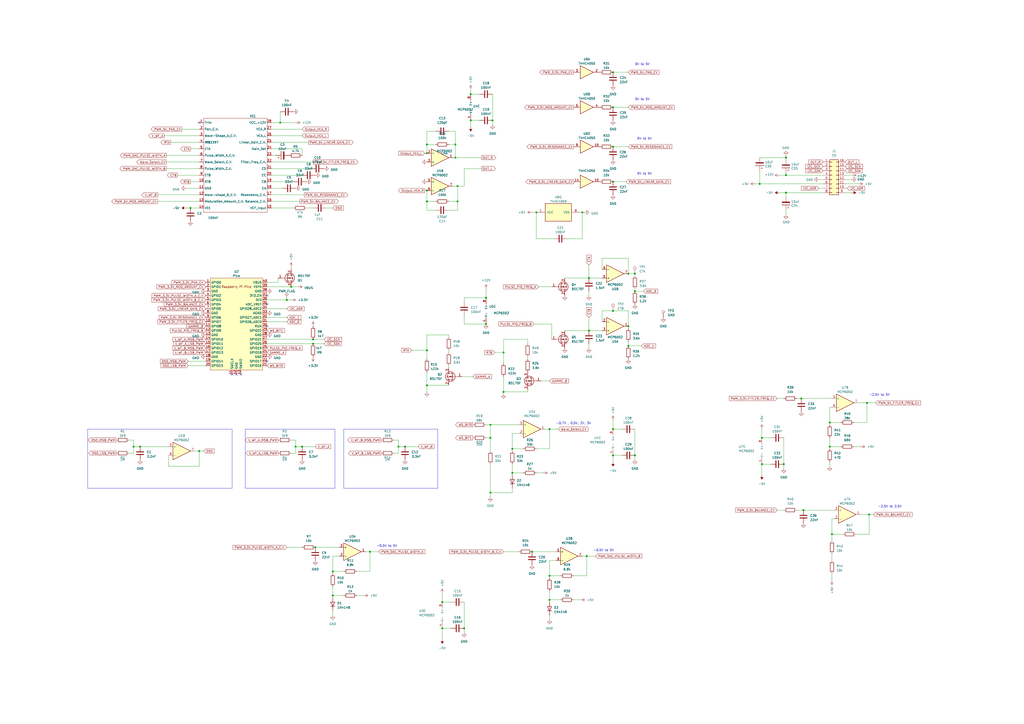
<source format=kicad_sch>
(kicad_sch (version 20230121) (generator eeschema)
  (paper "A2")
  (title_block (title "Analog polysynth based on AS3397") (company "University of Angers") (comment 1 "One voice") (comment 2 "through hole ") (comment 3 "Prototype board"))
  (junction (at 284.48 246.38))
  (junction (at 214.63 320.04))
  (junction (at 355.6 62.23))
  (junction (at 368.3 264.16))
  (junction (at 247.65 116.84))
  (junction (at 281.94 172.72))
  (junction (at 311.15 123.19))
  (junction (at 247.65 110.49))
  (junction (at 273.05 69.85))
  (junction (at 441.96 254))
  (junction (at 269.24 364.49))
  (junction (at 481.33 259.08))
  (junction (at 504.19 298.45))
  (junction (at 81.28 259.08))
  (junction (at 281.94 187.96))
  (junction (at 168.91 166.37))
  (junction (at 364.49 200.66))
  (junction (at 182.88 317.5))
  (junction (at 481.33 245.11))
  (junction (at 341.63 191.77))
  (junction (at 292.1 227.33))
  (junction (at 318.77 248.92))
  (junction (at 247.65 203.2))
  (junction (at 231.14 259.08))
  (junction (at 368.3 168.91))
  (junction (at 193.04 331.47))
  (junction (at 162.56 71.12))
  (junction (at 247.65 88.9))
  (junction (at 441.96 269.24))
  (junction (at 265.43 116.84))
  (junction (at 308.61 320.04))
  (junction (at 234.95 259.08))
  (junction (at 166.37 173.99))
  (junction (at 340.36 322.58))
  (junction (at 455.93 91.44))
  (junction (at 364.49 158.75))
  (junction (at 355.6 105.41))
  (junction (at 455.93 101.6))
  (junction (at 364.49 189.23))
  (junction (at 181.61 199.39))
  (junction (at 440.69 106.68))
  (junction (at 284.48 254))
  (junction (at 502.92 233.68))
  (junction (at 355.6 248.92))
  (junction (at 454.66 269.24))
  (junction (at 181.61 196.85))
  (junction (at 318.77 347.98))
  (junction (at 455.93 111.76))
  (junction (at 337.82 123.19))
  (junction (at 247.65 223.52))
  (junction (at 256.54 349.25))
  (junction (at 297.18 260.35))
  (junction (at 368.3 158.75))
  (junction (at 193.04 345.44))
  (junction (at 175.26 259.08))
  (junction (at 297.18 274.32))
  (junction (at 341.63 161.29))
  (junction (at 264.16 83.82))
  (junction (at 355.6 180.34))
  (junction (at 110.49 120.65))
  (junction (at 292.1 204.47))
  (junction (at 466.09 295.91))
  (junction (at 318.77 334.01))
  (junction (at 355.6 264.16))
  (junction (at 256.54 364.49))
  (junction (at 273.05 54.61))
  (junction (at 115.57 261.62))
  (junction (at 265.43 107.95))
  (junction (at 464.82 231.14))
  (junction (at 285.75 69.85))
  (junction (at 247.65 83.82))
  (junction (at 264.16 91.44))
  (junction (at 355.6 85.09))
  (junction (at 171.45 259.08))
  (junction (at 284.48 285.75))
  (junction (at 482.6 309.88))
  (junction (at 77.47 259.08))
  (junction (at 355.6 41.91))
  (no_connect (at 154.94 209.55))
  (no_connect (at 137.16 217.17))
  (no_connect (at 139.7 217.17))
  (no_connect (at 134.62 217.17))
  (no_connect (at 154.94 171.45))
  (no_connect (at 154.94 189.23))
  (no_connect (at 154.94 176.53))
  (no_connect (at 115.57 71.12))
  (wire (pts (xy 157.48 82.55) (xy 179.07 82.55)))
  (wire (pts (xy 107.95 120.65) (xy 110.49 120.65)))
  (wire (pts (xy 265.43 107.95) (xy 269.24 107.95)))
  (wire (pts (xy 256.54 344.17) (xy 256.54 349.25)))
  (wire (pts (xy 292.1 204.47) (xy 292.1 210.82)))
  (polyline (pts (xy 194.31 283.21) (xy 194.31 248.92)))
  (wire (pts (xy 355.6 85.09) (xy 364.49 85.09)))
  (wire (pts (xy 368.3 167.64) (xy 368.3 168.91)))
  (wire (pts (xy 482.6 321.31) (xy 482.6 325.12)))
  (wire (pts (xy 314.96 274.32) (xy 311.15 274.32)))
  (wire (pts (xy 97.79 270.51) (xy 115.57 270.51)))
  (wire (pts (xy 496.57 309.88) (xy 504.19 309.88)))
  (wire (pts (xy 193.04 322.58) (xy 196.85 322.58)))
  (wire (pts (xy 193.04 345.44) (xy 199.39 345.44)))
  (wire (pts (xy 297.18 274.32) (xy 297.18 275.59)))
  (wire (pts (xy 269.24 364.49) (xy 269.24 367.03)))
  (wire (pts (xy 308.61 320.04) (xy 322.58 320.04)))
  (wire (pts (xy 481.33 245.11) (xy 481.33 236.22)))
  (wire (pts (xy 297.18 269.24) (xy 297.18 274.32)))
  (wire (pts (xy 262.89 107.95) (xy 265.43 107.95)))
  (wire (pts (xy 247.65 203.2) (xy 247.65 208.28)))
  (wire (pts (xy 281.94 172.72) (xy 269.24 172.72)))
  (wire (pts (xy 166.37 173.99) (xy 154.94 173.99)))
  (wire (pts (xy 364.49 158.75) (xy 368.3 158.75)))
  (wire (pts (xy 269.24 172.72) (xy 269.24 175.26)))
  (wire (pts (xy 166.37 186.69) (xy 154.94 186.69)))
  (wire (pts (xy 260.35 121.92) (xy 265.43 121.92)))
  (wire (pts (xy 267.97 218.44) (xy 274.32 218.44)))
  (wire (pts (xy 318.77 325.12) (xy 322.58 325.12)))
  (wire (pts (xy 349.25 149.86) (xy 349.25 156.21)))
  (wire (pts (xy 318.77 248.92) (xy 323.85 248.92)))
  (wire (pts (xy 105.41 74.93) (xy 115.57 74.93)))
  (wire (pts (xy 327.66 161.29) (xy 341.63 161.29)))
  (wire (pts (xy 281.94 187.96) (xy 269.24 187.96)))
  (wire (pts (xy 96.52 93.98) (xy 115.57 93.98)))
  (wire (pts (xy 157.48 109.22) (xy 163.83 109.22)))
  (wire (pts (xy 273.05 69.85) (xy 273.05 73.66)))
  (wire (pts (xy 336.55 347.98) (xy 332.74 347.98)))
  (wire (pts (xy 341.63 161.29) (xy 349.25 161.29)))
  (wire (pts (xy 482.6 309.88) (xy 482.6 300.99)))
  (wire (pts (xy 306.07 208.28) (xy 306.07 207.01)))
  (wire (pts (xy 91.44 116.84) (xy 115.57 116.84)))
  (wire (pts (xy 364.49 149.86) (xy 364.49 158.75)))
  (wire (pts (xy 450.85 231.14) (xy 454.66 231.14)))
  (wire (pts (xy 265.43 116.84) (xy 265.43 121.92)))
  (polyline (pts (xy 50.8 248.92) (xy 134.62 248.92)))
  (wire (pts (xy 247.65 194.31) (xy 260.35 194.31)))
  (wire (pts (xy 193.04 331.47) (xy 199.39 331.47)))
  (wire (pts (xy 364.49 189.23) (xy 364.49 190.5)))
  (wire (pts (xy 247.65 83.82) (xy 247.65 88.9)))
  (wire (pts (xy 247.65 116.84) (xy 252.73 116.84)))
  (wire (pts (xy 273.05 69.85) (xy 278.13 69.85)))
  (wire (pts (xy 154.94 199.39) (xy 181.61 199.39)))
  (wire (pts (xy 284.48 285.75) (xy 297.18 285.75)))
  (wire (pts (xy 482.6 300.99) (xy 483.87 300.99)))
  (wire (pts (xy 247.65 215.9) (xy 247.65 223.52)))
  (polyline (pts (xy 142.24 283.21) (xy 194.31 283.21)))
  (wire (pts (xy 281.94 246.38) (xy 284.48 246.38)))
  (wire (pts (xy 481.33 246.38) (xy 481.33 245.11)))
  (wire (pts (xy 109.22 212.09) (xy 119.38 212.09)))
  (wire (pts (xy 466.09 295.91) (xy 483.87 295.91)))
  (wire (pts (xy 318.77 359.41) (xy 318.77 356.87)))
  (wire (pts (xy 312.42 166.37) (xy 320.04 166.37)))
  (wire (pts (xy 269.24 107.95) (xy 269.24 97.79)))
  (wire (pts (xy 177.8 120.65) (xy 181.61 120.65)))
  (wire (pts (xy 364.49 180.34) (xy 364.49 189.23)))
  (wire (pts (xy 340.36 322.58) (xy 337.82 322.58)))
  (wire (pts (xy 228.6 262.89) (xy 231.14 262.89)))
  (wire (pts (xy 110.49 86.36) (xy 115.57 86.36)))
  (wire (pts (xy 256.54 364.49) (xy 261.62 364.49)))
  (wire (pts (xy 440.69 99.06) (xy 440.69 106.68)))
  (wire (pts (xy 311.15 260.35) (xy 318.77 260.35)))
  (wire (pts (xy 91.44 113.03) (xy 115.57 113.03)))
  (wire (pts (xy 502.92 233.68) (xy 508 233.68)))
  (wire (pts (xy 504.19 298.45) (xy 506.73 298.45)))
  (wire (pts (xy 490.22 106.68) (xy 497.84 106.68)))
  (wire (pts (xy 440.69 106.68) (xy 477.52 106.68)))
  (wire (pts (xy 171.45 259.08) (xy 175.26 259.08)))
  (wire (pts (xy 438.15 106.68) (xy 440.69 106.68)))
  (wire (pts (xy 364.49 200.66) (xy 372.11 200.66)))
  (wire (pts (xy 193.04 332.74) (xy 193.04 331.47)))
  (wire (pts (xy 157.48 97.79) (xy 180.34 97.79)))
  (wire (pts (xy 247.65 121.92) (xy 252.73 121.92)))
  (wire (pts (xy 210.82 345.44) (xy 207.01 345.44)))
  (wire (pts (xy 490.22 104.14) (xy 494.03 104.14)))
  (wire (pts (xy 262.89 91.44) (xy 264.16 91.44)))
  (wire (pts (xy 292.1 320.04) (xy 300.99 320.04)))
  (wire (pts (xy 284.48 269.24) (xy 284.48 285.75)))
  (wire (pts (xy 455.93 101.6) (xy 452.12 101.6)))
  (wire (pts (xy 161.29 163.83) (xy 161.29 161.29)))
  (wire (pts (xy 154.94 163.83) (xy 161.29 163.83)))
  (polyline (pts (xy 199.39 248.92) (xy 199.39 283.21)))
  (wire (pts (xy 247.65 83.82) (xy 247.65 76.2)))
  (wire (pts (xy 157.48 74.93) (xy 175.26 74.93)))
  (wire (pts (xy 341.63 184.15) (xy 341.63 191.77)))
  (wire (pts (xy 99.06 82.55) (xy 115.57 82.55)))
  (wire (pts (xy 284.48 254) (xy 284.48 261.62)))
  (wire (pts (xy 481.33 259.08) (xy 481.33 260.35)))
  (wire (pts (xy 115.57 261.62) (xy 113.03 261.62)))
  (polyline (pts (xy 142.24 248.92) (xy 194.31 248.92)))
  (wire (pts (xy 340.36 322.58) (xy 345.44 322.58)))
  (wire (pts (xy 168.91 262.89) (xy 171.45 262.89)))
  (wire (pts (xy 349.25 180.34) (xy 349.25 186.69)))
  (wire (pts (xy 368.3 248.92) (xy 368.3 264.16)))
  (wire (pts (xy 285.75 69.85) (xy 285.75 72.39)))
  (wire (pts (xy 110.49 105.41) (xy 115.57 105.41)))
  (wire (pts (xy 309.88 187.96) (xy 320.04 187.96)))
  (wire (pts (xy 455.93 101.6) (xy 477.52 101.6)))
  (wire (pts (xy 328.93 138.43) (xy 337.82 138.43)))
  (wire (pts (xy 269.24 182.88) (xy 269.24 187.96)))
  (wire (pts (xy 318.77 260.35) (xy 318.77 248.92)))
  (wire (pts (xy 499.11 298.45) (xy 504.19 298.45)))
  (wire (pts (xy 168.91 173.99) (xy 166.37 173.99)))
  (wire (pts (xy 292.1 228.6) (xy 292.1 227.33)))
  (wire (pts (xy 264.16 91.44) (xy 264.16 83.82)))
  (wire (pts (xy 313.69 220.98) (xy 318.77 220.98)))
  (wire (pts (xy 260.35 116.84) (xy 265.43 116.84)))
  (polyline (pts (xy 134.62 283.21) (xy 134.62 248.92)))
  (wire (pts (xy 341.63 191.77) (xy 349.25 191.77)))
  (wire (pts (xy 157.48 101.6) (xy 175.26 101.6)))
  (wire (pts (xy 474.98 109.22) (xy 477.52 109.22)))
  (wire (pts (xy 454.66 254) (xy 454.66 269.24)))
  (wire (pts (xy 311.15 138.43) (xy 321.31 138.43)))
  (wire (pts (xy 368.3 168.91) (xy 373.38 168.91)))
  (wire (pts (xy 162.56 64.77) (xy 162.56 71.12)))
  (polyline (pts (xy 199.39 283.21) (xy 254 283.21)))
  (wire (pts (xy 327.66 191.77) (xy 341.63 191.77)))
  (wire (pts (xy 318.77 347.98) (xy 318.77 349.25)))
  (wire (pts (xy 107.95 109.22) (xy 115.57 109.22)))
  (wire (pts (xy 256.54 364.49) (xy 256.54 370.84)))
  (wire (pts (xy 497.84 233.68) (xy 502.92 233.68)))
  (wire (pts (xy 284.48 246.38) (xy 284.48 254)))
  (wire (pts (xy 246.38 88.9) (xy 247.65 88.9)))
  (wire (pts (xy 247.65 223.52) (xy 247.65 227.33)))
  (wire (pts (xy 265.43 107.95) (xy 265.43 116.84)))
  (wire (pts (xy 269.24 97.79) (xy 279.4 97.79)))
  (wire (pts (xy 318.77 248.92) (xy 316.23 248.92)))
  (wire (pts (xy 341.63 201.93) (xy 341.63 199.39)))
  (wire (pts (xy 77.47 259.08) (xy 77.47 255.27)))
  (wire (pts (xy 441.96 269.24) (xy 441.96 275.59)))
  (wire (pts (xy 355.6 180.34) (xy 349.25 180.34)))
  (wire (pts (xy 193.04 331.47) (xy 193.04 322.58)))
  (wire (pts (xy 481.33 270.51) (xy 481.33 267.97)))
  (wire (pts (xy 340.36 334.01) (xy 340.36 322.58)))
  (wire (pts (xy 231.14 255.27) (xy 228.6 255.27)))
  (wire (pts (xy 481.33 245.11) (xy 487.68 245.11)))
  (wire (pts (xy 260.35 194.31) (xy 260.35 195.58)))
  (wire (pts (xy 95.25 78.74) (xy 115.57 78.74)))
  (wire (pts (xy 273.05 54.61) (xy 278.13 54.61)))
  (wire (pts (xy 81.28 259.08) (xy 97.79 259.08)))
  (wire (pts (xy 182.88 317.5) (xy 196.85 317.5)))
  (wire (pts (xy 238.76 203.2) (xy 247.65 203.2)))
  (wire (pts (xy 482.6 313.69) (xy 482.6 309.88)))
  (wire (pts (xy 491.49 109.22) (xy 490.22 109.22)))
  (wire (pts (xy 318.77 342.9) (xy 318.77 347.98)))
  (wire (pts (xy 166.37 317.5) (xy 175.26 317.5)))
  (wire (pts (xy 455.93 114.3) (xy 455.93 111.76)))
  (wire (pts (xy 96.52 90.17) (xy 115.57 90.17)))
  (wire (pts (xy 162.56 71.12) (xy 171.45 71.12)))
  (wire (pts (xy 464.82 231.14) (xy 482.6 231.14)))
  (wire (pts (xy 482.6 332.74) (xy 482.6 336.55)))
  (wire (pts (xy 337.82 123.19) (xy 336.55 123.19)))
  (wire (pts (xy 256.54 349.25) (xy 261.62 349.25)))
  (wire (pts (xy 115.57 261.62) (xy 118.11 261.62)))
  (wire (pts (xy 364.49 149.86) (xy 349.25 149.86)))
  (wire (pts (xy 207.01 331.47) (xy 214.63 331.47)))
  (wire (pts (xy 171.45 259.08) (xy 171.45 255.27)))
  (wire (pts (xy 318.77 334.01) (xy 325.12 334.01)))
  (polyline (pts (xy 50.8 283.21) (xy 134.62 283.21)))
  (wire (pts (xy 77.47 255.27) (xy 74.93 255.27)))
  (wire (pts (xy 504.19 309.88) (xy 504.19 298.45)))
  (wire (pts (xy 154.94 196.85) (xy 181.61 196.85)))
  (wire (pts (xy 306.07 226.06) (xy 306.07 227.33)))
  (wire (pts (xy 368.3 158.75) (xy 368.3 160.02)))
  (wire (pts (xy 355.6 264.16) (xy 355.6 267.97)))
  (wire (pts (xy 166.37 172.72) (xy 166.37 173.99)))
  (wire (pts (xy 175.26 259.08) (xy 182.88 259.08)))
  (wire (pts (xy 311.15 123.19) (xy 311.15 138.43)))
  (wire (pts (xy 157.48 105.41) (xy 170.18 105.41)))
  (wire (pts (xy 171.45 255.27) (xy 168.91 255.27)))
  (wire (pts (xy 355.6 248.92) (xy 360.68 248.92)))
  (polyline (pts (xy 254 283.21) (xy 254 248.92)))
  (wire (pts (xy 284.48 246.38) (xy 300.99 246.38)))
  (wire (pts (xy 454.66 269.24) (xy 454.66 271.78)))
  (wire (pts (xy 77.47 259.08) (xy 81.28 259.08)))
  (wire (pts (xy 110.49 120.65) (xy 115.57 120.65)))
  (wire (pts (xy 297.18 261.62) (xy 297.18 260.35)))
  (wire (pts (xy 297.18 251.46) (xy 300.99 251.46)))
  (wire (pts (xy 306.07 196.85) (xy 292.1 196.85)))
  (wire (pts (xy 175.26 90.17) (xy 175.26 86.36)))
  (wire (pts (xy 339.09 123.19) (xy 337.82 123.19)))
  (wire (pts (xy 355.6 41.91) (xy 364.49 41.91)))
  (wire (pts (xy 284.48 254) (xy 281.94 254)))
  (wire (pts (xy 490.22 111.76) (xy 494.03 111.76)))
  (wire (pts (xy 450.85 295.91) (xy 454.66 295.91)))
  (wire (pts (xy 482.6 309.88) (xy 488.95 309.88)))
  (polyline (pts (xy 199.39 248.92) (xy 254 248.92)))
  (wire (pts (xy 297.18 274.32) (xy 303.53 274.32)))
  (wire (pts (xy 297.18 260.35) (xy 297.18 251.46)))
  (wire (pts (xy 441.96 254) (xy 447.04 254)))
  (wire (pts (xy 187.96 199.39) (xy 181.61 199.39)))
  (wire (pts (xy 189.23 120.65) (xy 193.04 120.65)))
  (wire (pts (xy 292.1 227.33) (xy 292.1 218.44)))
  (wire (pts (xy 171.45 262.89) (xy 171.45 259.08)))
  (wire (pts (xy 252.73 83.82) (xy 247.65 83.82)))
  (wire (pts (xy 157.48 86.36) (xy 175.26 86.36)))
  (wire (pts (xy 77.47 262.89) (xy 77.47 259.08)))
  (wire (pts (xy 260.35 203.2) (xy 260.35 204.47)))
  (wire (pts (xy 157.48 71.12) (xy 162.56 71.12)))
  (wire (pts (xy 157.48 90.17) (xy 160.02 90.17)))
  (wire (pts (xy 440.69 91.44) (xy 455.93 91.44)))
  (wire (pts (xy 355.6 62.23) (xy 364.49 62.23)))
  (wire (pts (xy 355.6 105.41) (xy 363.22 105.41)))
  (wire (pts (xy 281.94 167.64) (xy 281.94 172.72)))
  (wire (pts (xy 308.61 123.19) (xy 311.15 123.19)))
  (wire (pts (xy 455.93 111.76) (xy 452.12 111.76)))
  (wire (pts (xy 264.16 76.2) (xy 264.16 83.82)))
  (wire (pts (xy 102.87 101.6) (xy 115.57 101.6)))
  (wire (pts (xy 337.82 138.43) (xy 337.82 123.19)))
  (wire (pts (xy 455.93 121.92) (xy 455.93 124.46)))
  (wire (pts (xy 481.33 236.22) (xy 482.6 236.22)))
  (wire (pts (xy 214.63 320.04) (xy 212.09 320.04)))
  (wire (pts (xy 214.63 331.47) (xy 214.63 320.04)))
  (wire (pts (xy 247.65 223.52) (xy 260.35 223.52)))
  (wire (pts (xy 157.48 93.98) (xy 181.61 93.98)))
  (wire (pts (xy 260.35 212.09) (xy 260.35 213.36)))
  (wire (pts (xy 355.6 264.16) (xy 360.68 264.16)))
  (wire (pts (xy 462.28 231.14) (xy 464.82 231.14)))
  (wire (pts (xy 368.3 264.16) (xy 368.3 266.7)))
  (wire (pts (xy 187.96 196.85) (xy 181.61 196.85)))
  (wire (pts (xy 297.18 260.35) (xy 303.53 260.35)))
  (wire (pts (xy 495.3 245.11) (xy 502.92 245.11)))
  (wire (pts (xy 234.95 259.08) (xy 242.57 259.08)))
  (wire (pts (xy 247.65 194.31) (xy 247.65 203.2)))
  (wire (pts (xy 231.14 262.89) (xy 231.14 259.08)))
  (wire (pts (xy 341.63 153.67) (xy 341.63 161.29)))
  (wire (pts (xy 166.37 184.15) (xy 154.94 184.15)))
  (wire (pts (xy 332.74 334.01) (xy 340.36 334.01)))
  (wire (pts (xy 157.48 116.84) (xy 173.99 116.84)))
  (wire (pts (xy 455.93 91.44) (xy 455.93 92.71)))
  (wire (pts (xy 247.65 116.84) (xy 247.65 121.92)))
  (wire (pts (xy 168.91 156.21) (xy 168.91 154.94)))
  (wire (pts (xy 502.92 245.11) (xy 502.92 233.68)))
  (wire (pts (xy 462.28 295.91) (xy 466.09 295.91)))
  (wire (pts (xy 494.03 101.6) (xy 490.22 101.6)))
  (wire (pts (xy 364.49 180.34) (xy 355.6 180.34)))
  (wire (pts (xy 474.98 104.14) (xy 477.52 104.14)))
  (wire (pts (xy 154.94 166.37) (xy 168.91 166.37)))
  (wire (pts (xy 318.77 335.28) (xy 318.77 334.01)))
  (wire (pts (xy 441.96 248.92) (xy 441.96 254)))
  (wire (pts (xy 292.1 196.85) (xy 292.1 204.47)))
  (wire (pts (xy 364.49 198.12) (xy 364.49 200.66)))
  (wire (pts (xy 273.05 52.07) (xy 273.05 54.61)))
  (wire (pts (xy 168.91 166.37) (xy 172.72 166.37)))
  (wire (pts (xy 74.93 262.89) (xy 77.47 262.89)))
  (wire (pts (xy 287.02 204.47) (xy 292.1 204.47)))
  (wire (pts (xy 284.48 285.75) (xy 284.48 288.29)))
  (wire (pts (xy 341.63 171.45) (xy 341.63 168.91)))
  (wire (pts (xy 441.96 269.24) (xy 447.04 269.24)))
  (wire (pts (xy 214.63 320.04) (xy 219.71 320.04)))
  (wire (pts (xy 115.57 270.51) (xy 115.57 261.62)))
  (wire (pts (xy 285.75 54.61) (xy 285.75 69.85)))
  (wire (pts (xy 247.65 110.49) (xy 247.65 116.84)))
  (polyline (pts (xy 142.24 248.92) (xy 142.24 283.21)))
  (wire (pts (xy 455.93 90.17) (xy 455.93 91.44)))
  (wire (pts (xy 320.04 187.96) (xy 320.04 196.85)))
  (wire (pts (xy 193.04 340.36) (xy 193.04 345.44)))
  (wire (pts (xy 157.48 120.65) (xy 170.18 120.65)))
  (wire (pts (xy 269.24 349.25) (xy 269.24 364.49)))
  (wire (pts (xy 157.48 113.03) (xy 176.53 113.03)))
  (wire (pts (xy 306.07 227.33) (xy 292.1 227.33)))
  (wire (pts (xy 154.94 179.07) (xy 166.37 179.07)))
  (wire (pts (xy 157.48 78.74) (xy 175.26 78.74)))
  (wire (pts (xy 297.18 285.75) (xy 297.18 283.21)))
  (wire (pts (xy 247.65 76.2) (xy 252.73 76.2)))
  (polyline (pts (xy 50.8 248.92) (xy 50.8 283.21)))
  (wire (pts (xy 231.14 259.08) (xy 234.95 259.08)))
  (wire (pts (xy 481.33 254) (xy 481.33 259.08)))
  (wire (pts (xy 306.07 199.39) (xy 306.07 196.85)))
  (wire (pts (xy 455.93 100.33) (xy 455.93 101.6)))
  (wire (pts (xy 355.6 243.84) (xy 355.6 248.92)))
  (wire (pts (xy 97.79 264.16) (xy 97.79 270.51)))
  (wire (pts (xy 231.14 259.08) (xy 231.14 255.27)))
  (wire (pts (xy 318.77 347.98) (xy 325.12 347.98)))
  (wire (pts (xy 318.77 334.01) (xy 318.77 325.12)))
  (wire (pts (xy 193.04 356.87) (xy 193.04 354.33)))
  (wire (pts (xy 96.52 97.79) (xy 115.57 97.79)))
  (wire (pts (xy 109.22 209.55) (xy 119.38 209.55)))
  (wire (pts (xy 193.04 345.44) (xy 193.04 346.71)))
  (wire (pts (xy 499.11 259.08) (xy 495.3 259.08)))
  (wire (pts (xy 455.93 111.76) (xy 477.52 111.76)))
  (wire (pts (xy 246.38 110.49) (xy 247.65 110.49)))
  (wire (pts (xy 260.35 76.2) (xy 264.16 76.2)))
  (wire (pts (xy 264.16 83.82) (xy 260.35 83.82)))
  (wire (pts (xy 481.33 259.08) (xy 487.68 259.08)))
  (wire (pts (xy 264.16 91.44) (xy 279.4 91.44)))
  (text "-0.5V to 5V\n" (at 218.44 317.5 0) (effects (font (size 1.27 1.27)) (justify left bottom)))
  (text "0V to 5V\n" (at 368.3 38.1 0) (effects (font (size 1.27 1.27)) (justify left bottom)))
  (text "0V to 5V\n" (at 369.57 101.6 0) (effects (font (size 1.27 1.27)) (justify left bottom)))
  (text "0V to 5V\n" (at 369.57 81.28 0) (effects (font (size 1.27 1.27)) (justify left bottom)))
  (text "0V to 5V\n" (at 368.3 58.42 0) (effects (font (size 1.27 1.27)) (justify left bottom)))
  (text "-0.7V , 0.5V, 2V, 3V" (at 322.58 246.38 0) (effects (font (size 1.27 1.27)) (justify left bottom)))
  (text "-2.5V to 2.5V\n" (at 509.27 294.64 0) (effects (font (size 1.27 1.27)) (justify left bottom)))
  (text "-2.5V to 5V\n" (at 504.19 229.87 0) (effects (font (size 1.27 1.27)) (justify left bottom)))
  (text "-0.5V to 5V\n" (at 344.17 320.04 0) (effects (font (size 1.27 1.27)) (justify left bottom)))
  (global_label "WS_BIT1" (shape output) (at 274.32 254 180) (property "Intersheetrefs" "${INTERSHEET_REFS}" (effects hide)))
  (global_label "PWM_DAC_PULSE_WIDTH_A" (shape output) (at 96.52 90.17 180) (property "Intersheetrefs" "${INTERSHEET_REFS}" (effects hide)))
  (global_label "PWM_3.3V_PAN_CV" (shape input) (at 119.38 163.83 180) (property "Intersheetrefs" "${INTERSHEET_REFS}" (effects hide)))
  (global_label "PULSE_PIO_FREQ_A" (shape input) (at 154.94 201.93 0) (property "Intersheetrefs" "${INTERSHEET_REFS}" (effects hide)))
  (global_label "PWM_5V_LINEAR_GAIN_CV" (shape output) (at 179.07 82.55 0) (property "Intersheetrefs" "${INTERSHEET_REFS}" (effects hide)))
  (global_label "GAMME_A" (shape input) (at 154.94 204.47 0) (property "Intersheetrefs" "${INTERSHEET_REFS}" (effects hide)))
  (global_label "I2C_SCK" (shape input) (at 490.22 96.52 0) (property "Intersheetrefs" "${INTERSHEET_REFS}" (effects hide)))
  (global_label "PWM_3.3V_MOD_AMOUNT_CV" (shape output) (at 332.74 62.23 180) (property "Intersheetrefs" "${INTERSHEET_REFS}" (effects hide)))
  (global_label "V_WF_B" (shape input) (at 242.57 259.08 0) (property "Intersheetrefs" "${INTERSHEET_REFS}" (effects hide)))
  (global_label "OUT_R" (shape input) (at 477.52 93.98 180) (property "Intersheetrefs" "${INTERSHEET_REFS}" (effects hide)))
  (global_label "PWM_5V_LINEAR_GAIN_CV" (shape input) (at 363.22 105.41 0) (property "Intersheetrefs" "${INTERSHEET_REFS}" (effects hide)))
  (global_label "Output_VCA_L" (shape input) (at 246.38 88.9 180) (property "Intersheetrefs" "${INTERSHEET_REFS}" (effects hide)))
  (global_label "PWM_5V_PAN_CV" (shape input) (at 364.49 41.91 0) (property "Intersheetrefs" "${INTERSHEET_REFS}" (effects hide)))
  (global_label "PWM_5V_MOD_AMOUNT_CV" (shape output) (at 91.44 116.84 180) (property "Intersheetrefs" "${INTERSHEET_REFS}" (effects hide)))
  (global_label "RTA" (shape input) (at 238.76 203.2 180) (property "Intersheetrefs" "${INTERSHEET_REFS}" (effects hide)))
  (global_label "I2C_SCK" (shape input) (at 187.96 196.85 0) (property "Intersheetrefs" "${INTERSHEET_REFS}" (effects hide)))
  (global_label "CTA" (shape input) (at 341.63 153.67 90) (property "Intersheetrefs" "${INTERSHEET_REFS}" (effects hide)))
  (global_label "PWM_3.3V_PULSE_WIDTH_A_C.V" (shape input) (at 119.38 171.45 180) (property "Intersheetrefs" "${INTERSHEET_REFS}" (effects hide)))
  (global_label "PWM_5V_PAN_CV" (shape output) (at 105.41 74.93 180) (property "Intersheetrefs" "${INTERSHEET_REFS}" (effects hide)))
  (global_label "Wave_Select_CV" (shape output) (at 96.52 93.98 180) (property "Intersheetrefs" "${INTERSHEET_REFS}" (effects hide)))
  (global_label "V_WF_A_MSB_PWM" (shape output) (at 161.29 255.27 180) (property "Intersheetrefs" "${INTERSHEET_REFS}" (effects hide)))
  (global_label "V_WF_B_MSB_PWM" (shape output) (at 220.98 255.27 180) (property "Intersheetrefs" "${INTERSHEET_REFS}" (effects hide)))
  (global_label "Output_VCA_R" (shape input) (at 175.26 74.93 0) (property "Intersheetrefs" "${INTERSHEET_REFS}" (effects hide)))
  (global_label "WS_BIT1" (shape input) (at 154.94 191.77 0) (property "Intersheetrefs" "${INTERSHEET_REFS}" (effects hide)))
  (global_label "PWM_5V_FITLER_FREQ_CV" (shape input) (at 508 233.68 0) (property "Intersheetrefs" "${INTERSHEET_REFS}" (effects hide)))
  (global_label "PWM_5V_RESONANCE_CV" (shape input) (at 364.49 85.09 0) (property "Intersheetrefs" "${INTERSHEET_REFS}" (effects hide)))
  (global_label "I2C_ADR" (shape input) (at 166.37 179.07 0) (property "Intersheetrefs" "${INTERSHEET_REFS}" (effects hide)))
  (global_label "OUT_L" (shape input) (at 490.22 93.98 0) (property "Intersheetrefs" "${INTERSHEET_REFS}" (effects hide)))
  (global_label "PWM_DAC_PULSE_WIDTH_B" (shape output) (at 96.52 97.79 180) (property "Intersheetrefs" "${INTERSHEET_REFS}" (effects hide)))
  (global_label "GAMME_B" (shape input) (at 119.38 189.23 180) (property "Intersheetrefs" "${INTERSHEET_REFS}" (effects hide)))
  (global_label "V_WF_B" (shape output) (at 91.44 113.03 180) (property "Intersheetrefs" "${INTERSHEET_REFS}" (effects hide)))
  (global_label "V_WF_A" (shape output) (at 95.25 78.74 180) (property "Intersheetrefs" "${INTERSHEET_REFS}" (effects hide)))
  (global_label "V_WF_A_LSB_PWM" (shape input) (at 119.38 199.39 180) (property "Intersheetrefs" "${INTERSHEET_REFS}" (effects hide)))
  (global_label "OUT_L" (shape output) (at 279.4 97.79 0) (property "Intersheetrefs" "${INTERSHEET_REFS}" (effects hide)))
  (global_label "CTA" (shape output) (at 110.49 86.36 180) (property "Intersheetrefs" "${INTERSHEET_REFS}" (effects hide)))
  (global_label "V_WF_B_LSB_PWM" (shape output) (at 220.98 262.89 180) (property "Intersheetrefs" "${INTERSHEET_REFS}" (effects hide)))
  (global_label "OUT_R" (shape output) (at 279.4 91.44 0) (property "Intersheetrefs" "${INTERSHEET_REFS}" (effects hide)))
  (global_label "PWM_3.3V_PAN_CV" (shape output) (at 332.74 41.91 180) (property "Intersheetrefs" "${INTERSHEET_REFS}" (effects hide)))
  (global_label "PWM_5V_BALANCE_CV" (shape output) (at 173.99 116.84 0) (property "Intersheetrefs" "${INTERSHEET_REFS}" (effects hide)))
  (global_label "PWM_5V_BALANCE_CV" (shape input) (at 506.73 298.45 0) (property "Intersheetrefs" "${INTERSHEET_REFS}" (effects hide)))
  (global_label "PWM_DAC_PULSE_WIDTH_B" (shape input) (at 345.44 322.58 0) (property "Intersheetrefs" "${INTERSHEET_REFS}" (effects hide)))
  (global_label "V_WF_B_LSB_PWM" (shape input) (at 119.38 204.47 180) (property "Intersheetrefs" "${INTERSHEET_REFS}" (effects hide)))
  (global_label "PWM_3.3V_RESONANCE_CV" (shape output) (at 332.74 85.09 180) (property "Intersheetrefs" "${INTERSHEET_REFS}" (effects hide)))
  (global_label "PWM_5V_MOD_AMOUNT_CV" (shape input) (at 364.49 62.23 0) (property "Intersheetrefs" "${INTERSHEET_REFS}" (effects hide)))
  (global_label "PWM_3.3V_LINEAR_GAIN_CV" (shape output) (at 332.74 105.41 180) (property "Intersheetrefs" "${INTERSHEET_REFS}" (effects hide)))
  (global_label "Wave_Select_CV" (shape input) (at 323.85 248.92 0) (property "Intersheetrefs" "${INTERSHEET_REFS}" (effects hide)))
  (global_label "I2C_ADR" (shape input) (at 491.49 109.22 0) (property "Intersheetrefs" "${INTERSHEET_REFS}" (effects hide)))
  (global_label "CTB" (shape input) (at 341.63 184.15 90) (property "Intersheetrefs" "${INTERSHEET_REFS}" (effects hide)))
  (global_label "I2C_SDA" (shape input) (at 490.22 99.06 0) (property "Intersheetrefs" "${INTERSHEET_REFS}" (effects hide)))
  (global_label "ADC_1" (shape input) (at 372.11 200.66 0) (property "Intersheetrefs" "${INTERSHEET_REFS}" (effects hide)))
  (global_label "PWM_5V_FITLER_FREQ_CV" (shape output) (at 181.61 93.98 0) (property "Intersheetrefs" "${INTERSHEET_REFS}" (effects hide)))
  (global_label "DSO_MSB_PWM" (shape input) (at 109.22 209.55 180) (property "Intersheetrefs" "${INTERSHEET_REFS}" (effects hide)))
  (global_label "DSO_LSB_PWM" (shape output) (at 67.31 262.89 180) (property "Intersheetrefs" "${INTERSHEET_REFS}" (effects hide)))
  (global_label "PWM_3.3V_PULSE_WIDTH_B_C.V" (shape input) (at 292.1 320.04 180) (property "Intersheetrefs" "${INTERSHEET_REFS}" (effects hide)))
  (global_label "RTB" (shape output) (at 110.49 105.41 180) (property "Intersheetrefs" "${INTERSHEET_REFS}" (effects hide)))
  (global_label "V_WF_B_MSB_PWM" (shape input) (at 119.38 201.93 180) (property "Intersheetrefs" "${INTERSHEET_REFS}" (effects hide)))
  (global_label "DSO" (shape input) (at 118.11 261.62 0) (property "Intersheetrefs" "${INTERSHEET_REFS}" (effects hide)))
  (global_label "ADC_0" (shape input) (at 373.38 168.91 0) (property "Intersheetrefs" "${INTERSHEET_REFS}" (effects hide)))
  (global_label "DSO_LSB_PWM" (shape input) (at 109.22 212.09 180) (property "Intersheetrefs" "${INTERSHEET_REFS}" (effects hide)))
  (global_label "PWM_5V_RESONANCE_CV" (shape output) (at 176.53 113.03 0) (property "Intersheetrefs" "${INTERSHEET_REFS}" (effects hide)))
  (global_label "RTB" (shape input) (at 287.02 204.47 180) (property "Intersheetrefs" "${INTERSHEET_REFS}" (effects hide)))
  (global_label "V_WF_A" (shape input) (at 182.88 259.08 0) (property "Intersheetrefs" "${INTERSHEET_REFS}" (effects hide)))
  (global_label "RTA" (shape output) (at 99.06 82.55 180) (property "Intersheetrefs" "${INTERSHEET_REFS}" (effects hide)))
  (global_label "PULSE_PIO_FREQ_A" (shape input) (at 312.42 166.37 180) (property "Intersheetrefs" "${INTERSHEET_REFS}" (effects hide)))
  (global_label "WS_BIT0" (shape input) (at 154.94 212.09 0) (property "Intersheetrefs" "${INTERSHEET_REFS}" (effects hide)))
  (global_label "CTB" (shape output) (at 102.87 101.6 180) (property "Intersheetrefs" "${INTERSHEET_REFS}" (effects hide)))
  (global_label "Output_VCA_L" (shape input) (at 175.26 78.74 0) (property "Intersheetrefs" "${INTERSHEET_REFS}" (effects hide)))
  (global_label "PWM_3.3V_PULSE_WIDTH_B_C.V" (shape input) (at 119.38 173.99 180) (property "Intersheetrefs" "${INTERSHEET_REFS}" (effects hide)))
  (global_label "PWM_3.3V_BALANCE_CV" (shape input) (at 119.38 176.53 180) (property "Intersheetrefs" "${INTERSHEET_REFS}" (effects hide)))
  (global_label "PULSE_PIO_FREQ_B" (shape input) (at 309.88 187.96 180) (property "Intersheetrefs" "${INTERSHEET_REFS}" (effects hide)))
  (global_label "WS_BIT0" (shape output) (at 274.32 246.38 180) (property "Intersheetrefs" "${INTERSHEET_REFS}" (effects hide)))
  (global_label "I2C_ADR" (shape input) (at 474.98 109.22 180) (property "Intersheetrefs" "${INTERSHEET_REFS}" (effects hide)))
  (global_label "V_WF_A_MSB_PWM" (shape input) (at 119.38 196.85 180) (property "Intersheetrefs" "${INTERSHEET_REFS}" (effects hide)))
  (global_label "GAMME_A" (shape input) (at 274.32 218.44 0) (property "Intersheetrefs" "${INTERSHEET_REFS}" (effects hide)))
  (global_label "I2C_SDA" (shape input) (at 477.52 99.06 180) (property "Intersheetrefs" "${INTERSHEET_REFS}" (effects hide)))
  (global_label "PWM_DAC_PULSE_WIDTH_A" (shape input) (at 219.71 320.04 0) (property "Intersheetrefs" "${INTERSHEET_REFS}" (effects hide)))
  (global_label "PWM_3.3V_PULSE_WIDTH_A_C.V" (shape input) (at 166.37 317.5 180) (property "Intersheetrefs" "${INTERSHEET_REFS}" (effects hide)))
  (global_label "PWM_3.3V_FITLER_FREQ_CV" (shape input) (at 450.85 231.14 180) (property "Intersheetrefs" "${INTERSHEET_REFS}" (effects hide)))
  (global_label "PWM_3.3V_RESONANCE_CV" (shape input) (at 119.38 184.15 180) (property "Intersheetrefs" "${INTERSHEET_REFS}" (effects hide)))
  (global_label "ADC_0" (shape input) (at 166.37 186.69 0) (property "Intersheetrefs" "${INTERSHEET_REFS}" (effects hide)))
  (global_label "DSO_MSB_PWM" (shape output) (at 67.31 255.27 180) (property "Intersheetrefs" "${INTERSHEET_REFS}" (effects hide)))
  (global_label "I2C_SCK" (shape input) (at 477.52 96.52 180) (property "Intersheetrefs" "${INTERSHEET_REFS}" (effects hide)))
  (global_label "GAMME_B" (shape input) (at 318.77 220.98 0) (property "Intersheetrefs" "${INTERSHEET_REFS}" (effects hide)))
  (global_label "PWM_3.3V_MOD_AMOUNT_CV" (shape input) (at 119.38 166.37 180) (property "Intersheetrefs" "${INTERSHEET_REFS}" (effects hide)))
  (global_label "PWM_3.3V_LINEAR_GAIN_CV" (shape input) (at 119.38 179.07 180) (property "Intersheetrefs" "${INTERSHEET_REFS}" (effects hide)))
  (global_label "PULSE_PIO_FREQ_B" (shape input) (at 119.38 191.77 180) (property "Intersheetrefs" "${INTERSHEET_REFS}" (effects hide)))
  (global_label "V_WF_A_LSB_PWM" (shape output) (at 161.29 262.89 180) (property "Intersheetrefs" "${INTERSHEET_REFS}" (effects hide)))
  (global_label "PWM_3.3V_BALANCE_CV" (shape input) (at 450.85 295.91 180) (property "Intersheetrefs" "${INTERSHEET_REFS}" (effects hide)))
  (global_label "DSO" (shape input) (at 193.04 120.65 0) (property "Intersheetrefs" "${INTERSHEET_REFS}" (effects hide)))
  (global_label "I2C_SDA" (shape input) (at 187.96 199.39 0) (property "Intersheetrefs" "${INTERSHEET_REFS}" (effects hide)))
  (global_label "Output_VCA_R" (shape output) (at 246.38 110.49 180) (property "Intersheetrefs" "${INTERSHEET_REFS}" (effects hide)))
  (global_label "PWM_3.3V_FITLER_FREQ_CV" (shape input) (at 119.38 186.69 180) (property "Intersheetrefs" "${INTERSHEET_REFS}" (effects hide)))
  (global_label "ADC_1" (shape input) (at 166.37 184.15 0) (property "Intersheetrefs" "${INTERSHEET_REFS}" (effects hide)))
  (symbol (lib_id "power:GND") (at 154.94 194.31 90) (unit 1)
    (property "Reference" "#PWR011" (effects hide))
    (property "Value" "GND" (at 158.75 194.945 90) (effects (justify right)))
  )
  (symbol (lib_id "power:GND") (at 355.6 113.03 0) (unit 1)
    (property "Reference" "#PWR055" (effects hide))
    (property "Value" "GND" (at 355.6 118.11 0))
  )
  (symbol (lib_id "Device:C") (at 265.43 349.25 90) (unit 1)
    (property "Reference" "C15" (at 265.43 342.9 90))
    (property "Value" "100nF" (at 265.43 345.44 90))
    (property "Footprint" "Capacitor_SMD:C_1206_3216Metric_Pad1.33x1.80mm_HandSolder" (effects hide))
  )
  (symbol (lib_id "power:GND") (at 455.93 90.17 180) (unit 1)
    (property "Reference" "#PWR067" (effects hide))
    (property "Value" "GND" (at 455.803 85.7758 0))
  )
  (symbol (lib_id "power:+12V") (at 171.45 71.12 270) (unit 1)
    (property "Reference" "#PWR016" (effects hide))
    (property "Value" "+12V" (at 175.26 71.12 90) (effects (justify left)))
  )
  (symbol (lib_id "Device:C") (at 308.61 323.85 0) (unit 1)
    (property "Reference" "C20" (at 312.42 323.215 0) (effects (justify left)))
    (property "Value" "22nF" (at 312.42 325.755 0) (effects (justify left)))
    (property "Footprint" "Capacitor_SMD:C_1206_3216Metric_Pad1.33x1.80mm_HandSolder" (effects hide))
  )
  (symbol (lib_id "Device:R") (at 351.79 85.09 90) (unit 1)
    (property "Reference" "R33" (at 351.79 78.74 90))
    (property "Value" "10k" (at 351.79 81.28 90))
    (property "Footprint" "Resistor_SMD:R_1206_3216Metric_Pad1.30x1.75mm_HandSolder" (effects hide))
  )
  (symbol (lib_id "Device:C") (at 234.95 262.89 180) (unit 1)
    (property "Reference" "C12" (at 238.76 262.255 0) (effects (justify right)))
    (property "Value" "3.3nF" (at 238.76 264.795 0) (effects (justify right)))
    (property "Footprint" "Capacitor_SMD:C_1206_3216Metric_Pad1.33x1.80mm_HandSolder" (effects hide))
  )
  (symbol (lib_id "Device:R") (at 181.61 203.2 180) (unit 1)
    (property "Reference" "R9" (at 186.69 204.47 0) (effects (justify left)))
    (property "Value" "4k7" (at 186.69 201.93 0) (effects (justify left)))
    (property "Footprint" "Resistor_SMD:R_1206_3216Metric_Pad1.30x1.75mm_HandSolder" (effects hide))
  )
  (symbol (lib_id "power:GND") (at 355.6 92.71 0) (unit 1)
    (property "Reference" "#PWR054" (effects hide))
    (property "Value" "GND" (at 355.6 97.79 0))
  )
  (symbol (lib_id "power:-5V") (at 452.12 111.76 90) (unit 1)
    (property "Reference" "#PWR065" (effects hide))
    (property "Value" "-5V" (at 448.31 111.76 90) (effects (justify left)))
  )
  (symbol (lib_id "power:GND") (at 154.94 168.91 90) (unit 1)
    (property "Reference" "#PWR09" (effects hide))
    (property "Value" "GND" (effects hide))
  )
  (symbol (lib_id "Device:R") (at 297.18 265.43 0) (unit 1)
    (property "Reference" "R23" (at 299.72 264.795 0) (effects (justify left)))
    (property "Value" "33k" (at 299.72 267.335 0) (effects (justify left)))
    (property "Footprint" "Resistor_SMD:R_1206_3216Metric_Pad1.30x1.75mm_HandSolder" (effects hide))
  )
  (symbol (lib_id "Transistor_FET:BS170F") (at 325.12 166.37 0) (unit 1)
    (property "Reference" "Q4" (at 331.47 165.1 0) (effects (justify left)))
    (property "Value" "BS170F" (at 331.47 167.64 0) (effects (justify left)))
    (property "Footprint" "Package_TO_SOT_SMD:SOT-23" (effects hide))
    (property "Datasheet" "http://www.diodes.com/assets/Datasheets/BS170F.pdf" (effects hide))
  )
  (symbol (lib_id "power:GND") (at 327.66 171.45 0) (unit 1)
    (property "Reference" "#PWR046" (effects hide))
    (property "Value" "GND" (effects hide))
  )
  (symbol (lib_id "power:-5V") (at 355.6 267.97 180) (unit 1)
    (property "Reference" "#PWR057" (effects hide))
    (property "Value" "-5V" (at 355.6 273.05 0))
  )
  (symbol (lib_id "power:GND") (at 182.88 325.12 0) (unit 1)
    (property "Reference" "#PWR024" (effects hide))
    (property "Value" "GND" (at 182.88 330.2 0))
  )
  (symbol (lib_id "Device:C") (at 364.49 264.16 90) (unit 1)
    (property "Reference" "C29" (at 364.49 257.81 90))
    (property "Value" "100nF" (at 364.49 260.35 90))
    (property "Footprint" "Capacitor_SMD:C_1206_3216Metric_Pad1.33x1.80mm_HandSolder" (effects hide))
  )
  (symbol (lib_id "power:GND") (at 318.77 359.41 0) (unit 1)
    (property "Reference" "#PWR045" (effects hide))
    (property "Value" "GND" (at 318.77 364.49 0))
  )
  (symbol (lib_id "power:GND") (at 341.63 171.45 0) (unit 1)
    (property "Reference" "#PWR050" (effects hide))
    (property "Value" "GND" (at 341.63 176.53 0))
  )
  (symbol (lib_id "power:GND") (at 285.75 72.39 0) (unit 1)
    (property "Reference" "#PWR040" (effects hide))
    (property "Value" "GND" (at 285.75 77.47 0))
  )
  (symbol (lib_id "Device:R") (at 71.12 255.27 90) (unit 1)
    (property "Reference" "R1" (at 71.12 250.19 90))
    (property "Value" "3k9" (at 71.12 252.73 90))
    (property "Footprint" "Resistor_SMD:R_1206_3216Metric_Pad1.30x1.75mm_HandSolder" (effects hide))
  )
  (symbol (lib_id "Amplifier_Operational:MCP6002-xP") (at 330.2 322.58 0) (unit 2)
    (property "Reference" "U3" (at 330.2 312.42 0))
    (property "Value" "MCP6002" (at 330.2 314.96 0))
    (property "Footprint" "Package_SO:SOIC-8_3.9x4.9mm_P1.27mm" (effects hide))
    (property "Datasheet" "http://ww1.microchip.com/downloads/en/DeviceDoc/21733j.pdf" (effects hide))
  )
  (symbol (lib_id "Device:C") (at 355.6 66.04 0) (unit 1)
    (property "Reference" "C25" (at 359.41 65.405 0) (effects (justify left)))
    (property "Value" "22nF" (at 359.41 67.945 0) (effects (justify left)))
    (property "Footprint" "Capacitor_SMD:C_1206_3216Metric_Pad1.33x1.80mm_HandSolder" (effects hide))
  )
  (symbol (lib_id "Connector:TestPoint") (at 368.3 158.75 0) (unit 1)
    (property "Reference" "TP1" (at 370.84 154.813 0) (effects (justify left)))
    (property "Value" "CTA" (at 370.84 157.353 0) (effects (justify left)))
    (property "Footprint" "Connector_PinHeader_2.54mm:PinHeader_1x01_P2.54mm_Vertical" (effects hide))
  )
  (symbol (lib_id "power:GND") (at 107.95 109.22 270) (unit 1)
    (property "Reference" "#PWR02" (effects hide))
    (property "Value" "GND" (at 104.14 109.855 90) (effects (justify right)))
  )
  (symbol (lib_id "power:GND") (at 269.24 367.03 0) (unit 1)
    (property "Reference" "#PWR034" (effects hide))
    (property "Value" "GND" (at 269.24 372.11 0))
  )
  (symbol (lib_id "Amplifier_Operational:MCP6002-xP") (at 284.48 180.34 0) (unit 3)
    (property "Reference" "U5" (at 285.75 177.8 0))
    (property "Value" "MCP6002" (at 290.83 181.61 0))
    (property "Footprint" "Package_SO:SOIC-8_3.9x4.9mm_P1.27mm" (effects hide))
    (property "Datasheet" "http://ww1.microchip.com/downloads/en/DeviceDoc/21733j.pdf" (effects hide))
  )
  (symbol (lib_id "power:GND") (at 119.38 168.91 270) (unit 1)
    (property "Reference" "#PWR05" (effects hide))
    (property "Value" "GND" (at 115.57 169.545 90) (effects (justify right)))
  )
  (symbol (lib_id "Device:R") (at 351.79 105.41 90) (unit 1)
    (property "Reference" "R34" (at 351.79 99.06 90))
    (property "Value" "10k" (at 351.79 101.6 90))
    (property "Footprint" "Resistor_SMD:R_1206_3216Metric_Pad1.30x1.75mm_HandSolder" (effects hide))
  )
  (symbol (lib_id "power:+12V") (at 494.03 101.6 270) (unit 1)
    (property "Reference" "#PWR074" (effects hide))
    (property "Value" "+12V" (at 497.2812 101.981 90) (effects (justify left)))
  )
  (symbol (lib_id "Amplifier_Operational:MCP6002-xP") (at 444.5 261.62 0) (unit 3)
    (property "Reference" "U7" (at 430.53 259.08 0))
    (property "Value" "MCP6002" (at 433.07 261.62 0))
    (property "Footprint" "Package_SO:SOIC-8_3.9x4.9mm_P1.27mm" (effects hide))
    (property "Datasheet" "http://ww1.microchip.com/downloads/en/DeviceDoc/21733j.pdf" (effects hide))
  )
  (symbol (lib_id "Connector:TestPoint") (at 355.6 180.34 0) (unit 1)
    (property "Reference" "TP2" (at 358.14 176.403 0) (effects (justify left)))
    (property "Value" "CTB" (at 358.14 178.943 0) (effects (justify left)))
    (property "Footprint" "Connector_PinHeader_2.54mm:PinHeader_1x01_P2.54mm_Vertical" (effects hide))
  )
  (symbol (lib_id "power:GND") (at 481.33 270.51 0) (unit 1)
    (property "Reference" "#PWR072" (effects hide))
    (property "Value" "GND" (effects hide))
  )
  (symbol (lib_id "Device:R") (at 165.1 255.27 90) (unit 1)
    (property "Reference" "R3" (at 165.1 250.19 90))
    (property "Value" "3k9" (at 165.1 252.73 90))
    (property "Footprint" "Resistor_SMD:R_1206_3216Metric_Pad1.30x1.75mm_HandSolder" (effects hide))
  )
  (symbol (lib_id "Transistor_FET:BS170F") (at 166.37 161.29 0) (mirror x) (unit 1)
    (property "Reference" "Q1" (at 172.72 162.56 0) (effects (justify left)))
    (property "Value" "BS170F" (at 172.72 160.02 0) (effects (justify left)))
    (property "Footprint" "Package_TO_SOT_SMD:SOT-23" (effects hide))
    (property "Datasheet" "http://www.diodes.com/assets/Datasheets/BS170F.pdf" (effects hide))
  )
  (symbol (lib_id "VCF 3320-rescue:CP-Device") (at 455.93 118.11 180) (unit 1)
    (property "Reference" "C34" (at 458.9272 119.2784 0) (effects (justify right)))
    (property "Value" "10uF" (at 458.9272 116.967 0) (effects (justify right)))
    (property "Footprint" "Capacitor_SMD:C_1206_3216Metric_Pad1.33x1.80mm_HandSolder" (effects hide))
  )
  (symbol (lib_id "power:GND") (at 119.38 181.61 270) (unit 1)
    (property "Reference" "#PWR06" (effects hide))
    (property "Value" "GND" (at 115.57 182.245 90) (effects (justify right)))
  )
  (symbol (lib_id "power:+12V") (at 452.12 101.6 90) (unit 1)
    (property "Reference" "#PWR064" (effects hide))
    (property "Value" "+12V" (at 448.8688 101.219 90) (effects (justify left)))
  )
  (symbol (lib_id "power:GND") (at 247.65 93.98 270) (unit 1)
    (property "Reference" "#PWR029" (effects hide))
    (property "Value" "GND" (effects hide))
  )
  (symbol (lib_id "Device:C") (at 81.28 262.89 180) (unit 1)
    (property "Reference" "C1" (at 85.09 262.255 0) (effects (justify right)))
    (property "Value" "2.2nF" (at 85.09 264.795 0) (effects (justify right)))
    (property "Footprint" "Capacitor_SMD:C_1206_3216Metric_Pad1.33x1.80mm_HandSolder" (effects hide))
  )
  (symbol (lib_id "Amplifier_Operational:TL072") (at 255.27 107.95 0) (unit 2)
    (property "Reference" "U4" (at 255.27 99.06 0))
    (property "Value" "MCP6002" (at 255.27 101.6 0))
    (property "Footprint" "Package_SO:SOIC-8_3.9x4.9mm_P1.27mm" (effects hide))
    (property "Datasheet" "http://www.ti.com/lit/ds/symlink/tl071.pdf" (effects hide))
  )
  (symbol (lib_id "power:GND") (at 154.94 207.01 90) (unit 1)
    (property "Reference" "#PWR012" (effects hide))
    (property "Value" "GND" (at 158.75 207.645 90) (effects (justify right)))
  )
  (symbol (lib_id "Connector:TestPoint") (at 384.81 184.15 0) (unit 1)
    (property "Reference" "TP3" (at 387.35 180.213 0) (effects (justify left)))
    (property "Value" "GND" (at 387.35 182.753 0) (effects (justify left)))
    (property "Footprint" "Connector_PinHeader_2.54mm:PinHeader_1x01_P2.54mm_Vertical" (effects hide))
  )
  (symbol (lib_id "Device:D") (at 193.04 350.52 90) (unit 1)
    (property "Reference" "D1" (at 195.58 349.885 90) (effects (justify right)))
    (property "Value" "1N4148" (at 195.58 352.425 90) (effects (justify right)))
    (property "Footprint" "Diode_SMD:D_SOD-323" (effects hide))
    (property "Sim.Device" "D" (effects hide))
    (property "Sim.Pins" "1=K 2=A" (effects hide))
  )
  (symbol (lib_id "4xxx:4050") (at 340.36 85.09 0) (unit 4)
    (property "Reference" "U6" (at 340.36 77.47 0))
    (property "Value" "74HC4050" (at 340.36 80.01 0))
    (property "Footprint" "Package_SO:SOIC-16_3.9x9.9mm_P1.27mm" (effects hide))
    (property "Datasheet" "http://www.intersil.com/content/dam/intersil/documents/cd40/cd4050bms.pdf" (effects hide))
  )
  (symbol (lib_id "Device:C") (at 167.64 109.22 90) (unit 1)
    (property "Reference" "C5" (at 167.64 102.87 90))
    (property "Value" "33nF" (at 167.64 105.41 90))
    (property "Footprint" "Capacitor_SMD:C_1206_3216Metric_Pad1.33x1.80mm_HandSolder" (effects hide))
  )
  (symbol (lib_id "Device:D") (at 297.18 279.4 90) (unit 1)
    (property "Reference" "D2" (at 299.72 278.765 90) (effects (justify right)))
    (property "Value" "1N4148" (at 299.72 281.305 90) (effects (justify right)))
    (property "Footprint" "Diode_SMD:D_SOD-323" (effects hide))
    (property "Sim.Device" "D" (effects hide))
    (property "Sim.Pins" "1=K 2=A" (effects hide))
  )
  (symbol (lib_id "Connector_Generic:Conn_02x08_Counter_Clockwise") (at 482.6 101.6 0) (unit 1)
    (property "Reference" "J1" (at 483.87 87.63 0))
    (property "Value" "ES" (at 483.87 90.17 0))
    (property "Footprint" "SYNTHFILLE:DIP-16_AS" (effects hide))
  )
  (symbol (lib_id "Device:R") (at 368.3 172.72 0) (unit 1)
    (property "Reference" "R38" (at 370.84 172.085 0) (effects (justify left)))
    (property "Value" "1.2k" (at 370.84 174.625 0) (effects (justify left)))
    (property "Footprint" "Resistor_SMD:R_1206_3216Metric_Pad1.30x1.75mm_HandSolder" (effects hide))
  )
  (symbol (lib_id "power:GND") (at 154.94 181.61 90) (unit 1)
    (property "Reference" "#PWR010" (effects hide))
    (property "Value" "GND" (at 158.75 182.245 90) (effects (justify right)))
  )
  (symbol (lib_id "power:+5V") (at 438.15 106.68 90) (unit 1)
    (property "Reference" "#PWR061" (effects hide))
    (property "Value" "+5V" (at 434.34 106.68 90) (effects (justify left)))
  )
  (symbol (lib_id "power:-5V") (at 494.03 111.76 270) (mirror x) (unit 1)
    (property "Reference" "#PWR076" (effects hide))
    (property "Value" "-5V" (at 497.84 111.76 90) (effects (justify left)))
  )
  (symbol (lib_id "power:+5V") (at 210.82 345.44 270) (unit 1)
    (property "Reference" "#PWR027" (effects hide))
    (property "Value" "+5V" (at 214.63 345.44 90) (effects (justify left)))
  )
  (symbol (lib_id "Device:R") (at 203.2 345.44 90) (unit 1)
    (property "Reference" "R12" (at 203.2 340.36 90))
    (property "Value" "1k" (at 203.2 342.9 90))
    (property "Footprint" "Resistor_SMD:R_1206_3216Metric_Pad1.30x1.75mm_HandSolder" (effects hide))
  )
  (symbol (lib_id "Device:C") (at 281.94 54.61 90) (unit 1)
    (property "Reference" "C18" (at 281.94 48.26 90))
    (property "Value" "100nF" (at 281.94 50.8 90))
    (property "Footprint" "Capacitor_SMD:C_1206_3216Metric_Pad1.33x1.80mm_HandSolder" (effects hide))
  )
  (symbol (lib_id "Device:R") (at 256.54 116.84 90) (unit 1)
    (property "Reference" "R17" (at 256.54 110.49 90))
    (property "Value" "100k" (at 256.54 113.03 90))
    (property "Footprint" "Resistor_SMD:R_1206_3216Metric_Pad1.30x1.75mm_HandSolder" (effects hide))
  )
  (symbol (lib_id "power:GND") (at 110.49 128.27 0) (unit 1)
    (property "Reference" "#PWR04" (effects hide))
    (property "Value" "GND" (effects hide))
  )
  (symbol (lib_id "Device:C") (at 466.09 299.72 0) (unit 1)
    (property "Reference" "C36" (at 469.9 299.085 0) (effects (justify left)))
    (property "Value" "22nF" (at 469.9 301.625 0) (effects (justify left)))
    (property "Footprint" "Capacitor_SMD:C_1206_3216Metric_Pad1.33x1.80mm_HandSolder" (effects hide))
  )
  (symbol (lib_id "Device:R") (at 278.13 246.38 90) (unit 1)
    (property "Reference" "R19" (at 278.13 241.3 90))
    (property "Value" "68k" (at 278.13 243.84 90))
    (property "Footprint" "Resistor_SMD:R_1206_3216Metric_Pad1.30x1.75mm_HandSolder" (effects hide))
  )
  (symbol (lib_id "power:GND") (at 368.3 266.7 0) (unit 1)
    (property "Reference" "#PWR060" (effects hide))
    (property "Value" "GND" (at 368.3 271.78 0))
  )
  (symbol (lib_id "power:GND") (at 464.82 238.76 0) (unit 1)
    (property "Reference" "#PWR069" (effects hide))
    (property "Value" "GND" (effects hide))
  )
  (symbol (lib_id "power:GND") (at 119.38 207.01 270) (unit 1)
    (property "Reference" "#PWR08" (effects hide))
    (property "Value" "GND" (at 115.57 207.645 90) (effects (justify right)))
  )
  (symbol (lib_id "Amplifier_Operational:MCP6002-xP") (at 308.61 248.92 0) (unit 1)
    (property "Reference" "U1" (at 308.61 238.76 0))
    (property "Value" "MCP6002" (at 308.61 241.3 0))
    (property "Footprint" "Package_SO:SOIC-8_3.9x4.9mm_P1.27mm" (effects hide))
    (property "Datasheet" "http://ww1.microchip.com/downloads/en/DeviceDoc/21733j.pdf" (effects hide))
  )
  (symbol (lib_id "Amplifier_Operational:MCP6002-xP") (at 204.47 320.04 0) (unit 1)
    (property "Reference" "U3" (at 204.47 311.15 0))
    (property "Value" "MCP6002" (at 204.47 313.69 0))
    (property "Footprint" "Package_SO:SOIC-8_3.9x4.9mm_P1.27mm" (effects hide))
    (property "Datasheet" "http://ww1.microchip.com/downloads/en/DeviceDoc/21733j.pdf" (effects hide))
  )
  (symbol (lib_id "power:+5V") (at 497.84 106.68 270) (mirror x) (unit 1)
    (property "Reference" "#PWR077" (effects hide))
    (property "Value" "+5V" (at 501.65 106.68 90) (effects (justify left)))
  )
  (symbol (lib_id "power:-5V") (at 441.96 275.59 180) (unit 1)
    (property "Reference" "#PWR063" (effects hide))
    (property "Value" "-5V" (at 441.96 280.67 0))
  )
  (symbol (lib_id "power:+12V") (at 281.94 167.64 0) (unit 1)
    (property "Reference" "#PWR037" (effects hide))
    (property "Value" "+12V" (at 281.94 162.56 0))
  )
  (symbol (lib_id "Device:C") (at 281.94 69.85 90) (unit 1)
    (property "Reference" "C19" (at 281.94 63.5 90))
    (property "Value" "100nF" (at 281.94 66.04 90))
    (property "Footprint" "Capacitor_SMD:C_1206_3216Metric_Pad1.33x1.80mm_HandSolder" (effects hide))
  )
  (symbol (lib_id "Amplifier_Operational:TL072") (at 275.59 62.23 0) (unit 3)
    (property "Reference" "U4" (at 274.32 61.595 0) (effects (justify left)))
    (property "Value" "MCP6002" (at 265.43 63.5 0) (effects (justify left)))
    (property "Footprint" "Package_SO:SOIC-8_3.9x4.9mm_P1.27mm" (effects hide))
    (property "Datasheet" "http://www.ti.com/lit/ds/symlink/tl071.pdf" (effects hide))
  )
  (symbol (lib_id "power:+5V") (at 314.96 274.32 270) (unit 1)
    (property "Reference" "#PWR044" (effects hide))
    (property "Value" "+5V" (at 318.77 274.32 90) (effects (justify left)))
  )
  (symbol (lib_id "Device:C") (at 182.88 321.31 0) (unit 1)
    (property "Reference" "C9" (at 186.69 320.675 0) (effects (justify left)))
    (property "Value" "22nF" (at 186.69 323.215 0) (effects (justify left)))
    (property "Footprint" "Capacitor_SMD:C_1206_3216Metric_Pad1.33x1.80mm_HandSolder" (effects hide))
  )
  (symbol (lib_id "Device:R") (at 482.6 317.5 0) (unit 1)
    (property "Reference" "R43" (at 485.14 316.865 0) (effects (justify left)))
    (property "Value" "10k" (at 485.14 319.405 0) (effects (justify left)))
    (property "Footprint" "Resistor_SMD:R_1206_3216Metric_Pad1.30x1.75mm_HandSolder" (effects hide))
  )
  (symbol (lib_id "Device:R") (at 256.54 83.82 90) (unit 1)
    (property "Reference" "R16" (at 256.54 77.47 90))
    (property "Value" "100k" (at 256.54 80.01 90))
    (property "Footprint" "Resistor_SMD:R_1206_3216Metric_Pad1.30x1.75mm_HandSolder" (effects hide))
  )
  (symbol (lib_id "Device:C") (at 355.6 45.72 0) (unit 1)
    (property "Reference" "C24" (at 359.41 45.085 0) (effects (justify left)))
    (property "Value" "22nF" (at 359.41 47.625 0) (effects (justify left)))
    (property "Footprint" "Capacitor_SMD:C_1206_3216Metric_Pad1.33x1.80mm_HandSolder" (effects hide))
  )
  (symbol (lib_id "power:GND") (at 308.61 327.66 0) (unit 1)
    (property "Reference" "#PWR043" (effects hide))
    (property "Value" "GND" (at 308.61 332.74 0))
  )
  (symbol (lib_id "Device:R") (at 284.48 265.43 0) (unit 1)
    (property "Reference" "R21" (at 287.02 264.795 0) (effects (justify left)))
    (property "Value" "33k" (at 287.02 267.335 0) (effects (justify left)))
    (property "Footprint" "Resistor_SMD:R_1206_3216Metric_Pad1.30x1.75mm_HandSolder" (effects hide))
  )
  (symbol (lib_id "Device:R") (at 492.76 309.88 90) (unit 1)
    (property "Reference" "R47" (at 492.76 304.8 90))
    (property "Value" "10k" (at 492.76 307.34 90))
    (property "Footprint" "Resistor_SMD:R_1206_3216Metric_Pad1.30x1.75mm_HandSolder" (effects hide))
  )
  (symbol (lib_id "Device:R") (at 165.1 262.89 90) (unit 1)
    (property "Reference" "R4" (at 165.1 265.43 90))
    (property "Value" "1M" (at 165.1 266.7 90))
    (property "Footprint" "Resistor_SMD:R_1206_3216Metric_Pad1.30x1.75mm_HandSolder" (effects hide))
  )
  (symbol (lib_id "Device:C") (at 355.6 88.9 0) (unit 1)
    (property "Reference" "C26" (at 359.41 88.265 0) (effects (justify left)))
    (property "Value" "22nF" (at 359.41 90.805 0) (effects (justify left)))
    (property "Footprint" "Capacitor_SMD:C_1206_3216Metric_Pad1.33x1.80mm_HandSolder" (effects hide))
  )
  (symbol (lib_id "Device:R") (at 351.79 41.91 90) (unit 1)
    (property "Reference" "R31" (at 351.79 36.83 90))
    (property "Value" "10k" (at 351.79 39.37 90))
    (property "Footprint" "Resistor_SMD:R_1206_3216Metric_Pad1.30x1.75mm_HandSolder" (effects hide))
  )
  (symbol (lib_id "4xxx:4050") (at 323.85 123.19 90) (unit 7)
    (property "Reference" "U6" (at 323.85 114.3 90))
    (property "Value" "74HC4050" (at 323.85 116.84 90))
    (property "Footprint" "Package_SO:SOIC-16_3.9x9.9mm_P1.27mm" (effects hide))
    (property "Datasheet" "http://www.intersil.com/content/dam/intersil/documents/cd40/cd4050bms.pdf" (effects hide))
  )
  (symbol (lib_id "power:GND") (at 474.98 104.14 270) (unit 1)
    (property "Reference" "#PWR071" (effects hide))
    (property "Value" "GND" (at 471.7288 104.267 90) (effects (justify right)))
  )
  (symbol (lib_id "Device:C") (at 464.82 234.95 0) (unit 1)
    (property "Reference" "C35" (at 468.63 234.315 0) (effects (justify left)))
    (property "Value" "22nF" (at 468.63 236.855 0) (effects (justify left)))
    (property "Footprint" "Capacitor_SMD:C_1206_3216Metric_Pad1.33x1.80mm_HandSolder" (effects hide))
  )
  (symbol (lib_id "Device:R") (at 292.1 214.63 180) (unit 1)
    (property "Reference" "R22" (at 294.64 213.995 0) (effects (justify right)))
    (property "Value" "422k" (at 294.64 216.535 0) (effects (justify right)))
    (property "Footprint" "Resistor_SMD:R_1206_3216Metric_Pad1.30x1.75mm_HandSolder" (effects hide))
  )
  (symbol (lib_id "Device:R") (at 318.77 339.09 0) (unit 1)
    (property "Reference" "R28" (at 321.31 337.82 0) (effects (justify left)))
    (property "Value" "10k" (at 321.31 340.36 0) (effects (justify left)))
    (property "Footprint" "Resistor_SMD:R_1206_3216Metric_Pad1.30x1.75mm_HandSolder" (effects hide))
  )
  (symbol (lib_id "power:GND") (at 193.04 356.87 0) (unit 1)
    (property "Reference" "#PWR026" (effects hide))
    (property "Value" "GND" (at 193.04 361.95 0))
  )
  (symbol (lib_id "Amplifier_Operational:MCP6002-xP") (at 259.08 356.87 0) (unit 3)
    (property "Reference" "U3" (at 245.11 354.33 0))
    (property "Value" "MCP6002" (at 247.65 356.87 0))
    (property "Footprint" "Package_SO:SOIC-8_3.9x4.9mm_P1.27mm" (effects hide))
    (property "Datasheet" "http://ww1.microchip.com/downloads/en/DeviceDoc/21733j.pdf" (effects hide))
  )
  (symbol (lib_id "Device:R") (at 71.12 262.89 90) (unit 1)
    (property "Reference" "R2" (at 71.12 265.43 90))
    (property "Value" "1M" (at 71.12 266.7 90))
    (property "Footprint" "Resistor_SMD:R_1206_3216Metric_Pad1.30x1.75mm_HandSolder" (effects hide))
  )
  (symbol (lib_id "Device:R") (at 481.33 264.16 180) (unit 1)
    (property "Reference" "R42" (at 483.87 262.89 0) (effects (justify right)))
    (property "Value" "470" (at 483.87 265.43 0) (effects (justify right)))
    (property "Footprint" "Resistor_SMD:R_1206_3216Metric_Pad1.30x1.75mm_HandSolder" (effects hide))
  )
  (symbol (lib_id "VCF 3320-rescue:CP-Device") (at 440.69 95.25 180) (unit 1)
    (property "Reference" "C30" (at 443.6872 96.4184 0) (effects (justify right)))
    (property "Value" "10uF" (at 443.6872 94.107 0) (effects (justify right)))
    (property "Footprint" "Capacitor_SMD:C_1206_3216Metric_Pad1.33x1.80mm_HandSolder" (effects hide))
  )
  (symbol (lib_id "Device:R") (at 368.3 163.83 0) (unit 1)
    (property "Reference" "R37" (at 370.84 163.195 0) (effects (justify left)))
    (property "Value" "3.6k" (at 370.84 165.735 0) (effects (justify left)))
    (property "Footprint" "Resistor_SMD:R_1206_3216Metric_Pad1.30x1.75mm_HandSolder" (effects hide))
  )
  (symbol (lib_id "power:GND") (at 187.96 97.79 90) (unit 1)
    (property "Reference" "#PWR025" (effects hide))
    (property "Value" "GND" (at 191.77 98.425 90) (effects (justify right)))
  )
  (symbol (lib_id "power:GND") (at 182.88 101.6 90) (unit 1)
    (property "Reference" "#PWR023" (effects hide))
    (property "Value" "GND" (at 186.69 102.235 90) (effects (justify right)))
  )
  (symbol (lib_id "Device:C_Polarized") (at 163.83 90.17 90) (unit 1)
    (property "Reference" "C3" (at 163.83 83.82 90))
    (property "Value" "10uF" (at 163.83 86.36 90))
    (property "Footprint" "Capacitor_SMD:C_1206_3216Metric_Pad1.33x1.80mm_HandSolder" (effects hide))
  )
  (symbol (lib_id "power:+5V") (at 482.6 336.55 180) (unit 1)
    (property "Reference" "#PWR073" (effects hide))
    (property "Value" "+5V" (at 482.6 340.36 90) (effects (justify left)))
  )
  (symbol (lib_id "Device:R") (at 247.65 212.09 180) (unit 1)
    (property "Reference" "R15" (at 249.694 211.455 0) (effects (justify right)))
    (property "Value" "422k" (at 249.694 213.995 0) (effects (justify right)))
    (property "Footprint" "Resistor_SMD:R_1206_3216Metric_Pad1.30x1.75mm_HandSolder" (effects hide))
  )
  (symbol (lib_id "Device:R") (at 306.07 203.2 180) (unit 1)
    (property "Reference" "R49" (at 308.61 201.93 0) (effects (justify right)))
    (property "Value" "10k" (at 308.61 204.47 0) (effects (justify right)))
    (property "Footprint" "Resistor_SMD:R_1206_3216Metric_Pad1.30x1.75mm_HandSolder" (effects hide))
  )
  (symbol (lib_id "Device:R") (at 491.49 245.11 90) (unit 1)
    (property "Reference" "R45" (at 491.49 240.03 90))
    (property "Value" "28k" (at 491.49 242.57 90))
    (property "Footprint" "Resistor_SMD:R_1206_3216Metric_Pad1.30x1.75mm_HandSolder" (effects hide))
  )
  (symbol (lib_id "Device:C") (at 184.15 97.79 90) (unit 1)
    (property "Reference" "C10" (at 184.15 91.44 90))
    (property "Value" "470pF" (at 184.15 93.98 90))
    (property "Footprint" "Capacitor_SMD:C_0805_2012Metric_Pad1.18x1.45mm_HandSolder" (effects hide))
  )
  (symbol (lib_id "Device:C") (at 364.49 248.92 90) (unit 1)
    (property "Reference" "C28" (at 364.49 242.57 90))
    (property "Value" "100nF" (at 364.49 245.11 90))
    (property "Footprint" "Capacitor_SMD:C_1206_3216Metric_Pad1.33x1.80mm_HandSolder" (effects hide))
  )
  (symbol (lib_id "power:+3.3V") (at 181.61 207.01 180) (unit 1)
    (property "Reference" "#PWR022" (effects hide))
    (property "Value" "+3.3V" (at 181.61 212.09 0))
  )
  (symbol (lib_id "Device:R") (at 307.34 260.35 90) (unit 1)
    (property "Reference" "R26" (at 307.34 255.27 90))
    (property "Value" "33k" (at 307.34 257.81 90))
    (property "Footprint" "Resistor_SMD:R_1206_3216Metric_Pad1.30x1.75mm_HandSolder" (effects hide))
  )
  (symbol (lib_id "Device:R") (at 328.93 347.98 90) (unit 1)
    (property "Reference" "R30" (at 328.93 342.9 90))
    (property "Value" "1k" (at 328.93 345.44 90))
    (property "Footprint" "Resistor_SMD:R_1206_3216Metric_Pad1.30x1.75mm_HandSolder" (effects hide))
  )
  (symbol (lib_id "power:GND") (at 339.09 123.19 90) (unit 1)
    (property "Reference" "#PWR049" (effects hide))
    (property "Value" "GND" (at 342.9 123.825 90) (effects (justify right)))
  )
  (symbol (lib_id "power:GND") (at 247.65 227.33 0) (unit 1)
    (property "Reference" "#PWR031" (effects hide))
    (property "Value" "GND" (effects hide))
  )
  (symbol (lib_id "Device:C") (at 256.54 76.2 90) (unit 1)
    (property "Reference" "C13" (at 256.54 68.58 90))
    (property "Value" "120pF" (at 256.54 71.12 90))
    (property "Footprint" "Capacitor_SMD:C_0805_2012Metric_Pad1.18x1.45mm_HandSolder" (effects hide))
  )
  (symbol (lib_id "Device:C") (at 450.85 254 90) (unit 1)
    (property "Reference" "C31" (at 450.85 247.65 90))
    (property "Value" "100nF" (at 450.85 250.19 90))
    (property "Footprint" "Capacitor_SMD:C_1206_3216Metric_Pad1.33x1.80mm_HandSolder" (effects hide))
  )
  (symbol (lib_id "power:GND") (at 177.8 105.41 90) (unit 1)
    (property "Reference" "#PWR020" (effects hide))
    (property "Value" "GND" (at 181.61 106.045 90) (effects (justify right)))
  )
  (symbol (lib_id "Device:R") (at 193.04 336.55 0) (unit 1)
    (property "Reference" "R10" (at 195.58 335.28 0) (effects (justify left)))
    (property "Value" "10k" (at 195.58 337.82 0) (effects (justify left)))
    (property "Footprint" "Resistor_SMD:R_1206_3216Metric_Pad1.30x1.75mm_HandSolder" (effects hide))
  )
  (symbol (lib_id "Amplifier_Operational:MCP6002-xP") (at 356.87 158.75 0) (mirror x) (unit 2)
    (property "Reference" "U5" (at 356.87 167.64 0))
    (property "Value" "MCP6002" (at 356.87 165.1 0))
    (property "Footprint" "Package_SO:SOIC-8_3.9x4.9mm_P1.27mm" (effects hide))
    (property "Datasheet" "http://ww1.microchip.com/downloads/en/DeviceDoc/21733j.pdf" (effects hide))
  )
  (symbol (lib_id "Audio_chip:AS3397") (at 143.51 82.55 0) (unit 1)
    (property "Reference" "AS1" (at 146.685 67.31 0))
    (property "Value" "AS3397" (at 123.19 82.55 0))
    (property "Footprint" "Package_SO:SOIC-28W_7.5x18.7mm_P1.27mm" (effects hide))
  )
  (symbol (lib_id "Transistor_FET:BS170F") (at 308.61 220.98 0) (mirror y) (unit 1)
    (property "Reference" "Q3" (at 302.26 219.71 0) (effects (justify left)))
    (property "Value" "BS170F" (at 302.26 222.25 0) (effects (justify left)))
    (property "Footprint" "Package_TO_SOT_SMD:SOT-23" (effects hide))
    (property "Datasheet" "http://www.diodes.com/assets/Datasheets/BS170F.pdf" (effects hide))
  )
  (symbol (lib_id "power:GND") (at 292.1 228.6 0) (unit 1)
    (property "Reference" "#PWR041" (effects hide))
    (property "Value" "GND" (effects hide))
  )
  (symbol (lib_id "Device:R") (at 260.35 208.28 180) (unit 1)
    (property "Reference" "R18" (at 262.89 207.645 0) (effects (justify right)))
    (property "Value" "3.6k" (at 262.89 210.185 0) (effects (justify right)))
    (property "Footprint" "Resistor_SMD:R_1206_3216Metric_Pad1.30x1.75mm_HandSolder" (effects hide))
  )
  (symbol (lib_id "power:GND") (at 454.66 271.78 0) (unit 1)
    (property "Reference" "#PWR066" (effects hide))
    (property "Value" "GND" (at 454.66 276.86 0))
  )
  (symbol (lib_id "Device:C") (at 175.26 262.89 180) (unit 1)
    (property "Reference" "C7" (at 179.07 262.255 0) (effects (justify right)))
    (property "Value" "3.3nF" (at 179.07 264.795 0) (effects (justify right)))
    (property "Footprint" "Capacitor_SMD:C_1206_3216Metric_Pad1.33x1.80mm_HandSolder" (effects hide))
  )
  (symbol (lib_id "power:GND") (at 494.03 104.14 90) (unit 1)
    (property "Reference" "#PWR075" (effects hide))
    (property "Value" "GND" (at 497.2812 104.013 90) (effects (justify right)))
  )
  (symbol (lib_id "Device:R") (at 179.07 317.5 270) (unit 1)
    (property "Reference" "R7" (at 179.07 311.15 90))
    (property "Value" "10k" (at 179.07 313.69 90))
    (property "Footprint" "Resistor_SMD:R_1206_3216Metric_Pad1.30x1.75mm_HandSolder" (effects hide))
  )
  (symbol (lib_id "Amplifier_Operational:MCP6002-xP") (at 491.49 298.45 0) (unit 1)
    (property "Reference" "U7" (at 491.49 289.56 0))
    (property "Value" "MCP6002" (at 491.49 292.1 0))
    (property "Footprint" "Package_SO:SOIC-8_3.9x4.9mm_P1.27mm" (effects hide))
    (property "Datasheet" "http://ww1.microchip.com/downloads/en/DeviceDoc/21733j.pdf" (effects hide))
  )
  (symbol (lib_id "Device:C") (at 325.12 138.43 90) (unit 1)
    (property "Reference" "C21" (at 325.12 132.08 90))
    (property "Value" "100nF" (at 325.12 134.62 90))
    (property "Footprint" "Capacitor_SMD:C_1206_3216Metric_Pad1.33x1.80mm_HandSolder" (effects hide))
  )
  (symbol (lib_id "Device:R") (at 224.79 255.27 90) (unit 1)
    (property "Reference" "R13" (at 224.79 250.19 90))
    (property "Value" "3k9" (at 224.79 252.73 90))
    (property "Footprint" "Resistor_SMD:R_1206_3216Metric_Pad1.30x1.75mm_HandSolder" (effects hide))
  )
  (symbol (lib_id "4xxx:4050") (at 340.36 62.23 0) (unit 2)
    (property "Reference" "U6" (at 340.36 54.61 0))
    (property "Value" "74HC4050" (at 340.36 57.15 0))
    (property "Footprint" "Package_SO:SOIC-16_3.9x9.9mm_P1.27mm" (effects hide))
    (property "Datasheet" "http://www.intersil.com/content/dam/intersil/documents/cd40/cd4050bms.pdf" (effects hide))
  )
  (symbol (lib_id "Device:C") (at 341.63 165.1 0) (unit 1)
    (property "Reference" "C22" (at 345.44 164.465 0) (effects (justify left)))
    (property "Value" "1.5nF" (at 345.44 167.005 0) (effects (justify left)))
    (property "Footprint" "Capacitor_SMD:C_1206_3216Metric_Pad1.33x1.80mm_HandSolder" (effects hide))
  )
  (symbol (lib_id "power:GND") (at 341.63 201.93 0) (unit 1)
    (property "Reference" "#PWR051" (effects hide))
    (property "Value" "GND" (at 341.63 207.01 0))
  )
  (symbol (lib_id "power:PWR_FLAG") (at 166.37 172.72 0) (unit 1)
    (property "Reference" "#FLG01" (effects hide))
    (property "Value" "PWR_FLAG" (at 166.37 168.91 0))
  )
  (symbol (lib_id "Device:C") (at 110.49 124.46 0) (unit 1)
    (property "Reference" "C2" (at 114.3 123.825 0) (effects (justify left)))
    (property "Value" "100nF" (at 120.65 126.365 0) (effects (justify left)))
    (property "Footprint" "Capacitor_SMD:C_1206_3216Metric_Pad1.33x1.80mm_HandSolder" (effects hide))
  )
  (symbol (lib_id "Device:R") (at 481.33 250.19 0) (unit 1)
    (property "Reference" "R41" (at 483.87 249.555 0) (effects (justify left)))
    (property "Value" "22k" (at 483.87 252.095 0) (effects (justify left)))
    (property "Footprint" "Resistor_SMD:R_1206_3216Metric_Pad1.30x1.75mm_HandSolder" (effects hide))
  )
  (symbol (lib_id "Device:R") (at 304.8 320.04 270) (unit 1)
    (property "Reference" "R24" (at 304.8 313.69 90))
    (property "Value" "10k" (at 304.8 316.23 90))
    (property "Footprint" "Resistor_SMD:R_1206_3216Metric_Pad1.30x1.75mm_HandSolder" (effects hide))
  )
  (symbol (lib_id "Transistor_FET:BS170F") (at 262.89 218.44 0) (mirror y) (unit 1)
    (property "Reference" "Q2" (at 256.54 217.17 0) (effects (justify left)))
    (property "Value" "BS170F" (at 256.54 219.71 0) (effects (justify left)))
    (property "Footprint" "Package_TO_SOT_SMD:SOT-23" (effects hide))
    (property "Datasheet" "http://www.diodes.com/assets/Datasheets/BS170F.pdf" (effects hide))
  )
  (symbol (lib_id "power:+5V") (at 499.11 259.08 270) (unit 1)
    (property "Reference" "#PWR078" (effects hide))
    (property "Value" "+5V" (at 502.92 259.08 90) (effects (justify left)))
  )
  (symbol (lib_id "power:GND") (at 81.28 266.7 0) (unit 1)
    (property "Reference" "#PWR01" (effects hide))
    (property "Value" "GND" (at 81.28 271.78 0))
  )
  (symbol (lib_id "Device:C") (at 166.37 64.77 90) (unit 1)
    (property "Reference" "C4" (at 166.37 58.42 90))
    (property "Value" "100nF" (at 166.37 60.96 90))
    (property "Footprint" "Capacitor_SMD:C_1206_3216Metric_Pad1.33x1.80mm_HandSolder" (effects hide))
  )
  (symbol (lib_id "Device:C") (at 185.42 120.65 90) (mirror x) (unit 1)
    (property "Reference" "C11" (at 185.42 127 90))
    (property "Value" "1uF" (at 184.15 124.46 90))
    (property "Footprint" "Capacitor_SMD:C_1206_3216Metric_Pad1.33x1.80mm_HandSolder" (effects hide))
  )
  (symbol (lib_id "Device:C") (at 341.63 195.58 0) (unit 1)
    (property "Reference" "C23" (at 345.44 194.945 0) (effects (justify left)))
    (property "Value" "1.5nF" (at 345.44 197.485 0) (effects (justify left)))
    (property "Footprint" "Capacitor_SMD:C_1206_3216Metric_Pad1.33x1.80mm_HandSolder" (effects hide))
  )
  (symbol (lib_id "power:GND") (at 247.65 105.41 270) (unit 1)
    (property "Reference" "#PWR030" (effects hide))
    (property "Value" "GND" (effects hide))
  )
  (symbol (lib_id "VCF 3320-rescue:CP-Device") (at 455.93 96.52 180) (unit 1)
    (property "Reference" "C33" (at 458.9272 97.6884 0) (effects (justify right)))
    (property "Value" "10uF" (at 458.9272 95.377 0) (effects (justify right)))
    (property "Footprint" "Capacitor_SMD:C_1206_3216Metric_Pad1.33x1.80mm_HandSolder" (effects hide))
  )
  (symbol (lib_id "power:GND") (at 368.3 176.53 0) (unit 1)
    (property "Reference" "#PWR059" (effects hide))
    (property "Value" "GND" (at 368.3 181.61 0))
  )
  (symbol (lib_id "power:VBUS") (at 172.72 166.37 270) (unit 1)
    (property "Reference" "#PWR018" (effects hide))
    (property "Value" "VBUS" (at 176.53 167.005 90) (effects (justify left)))
  )
  (symbol (lib_id "Device:R") (at 260.35 199.39 180) (unit 1)
    (property "Reference" "R48" (at 262.89 198.12 0) (effects (justify right)))
    (property "Value" "10k" (at 262.89 200.66 0) (effects (justify right)))
    (property "Footprint" "Resistor_SMD:R_1206_3216Metric_Pad1.30x1.75mm_HandSolder" (effects hide))
  )
  (symbol (lib_id "Amplifier_Operational:MCP6002-xP") (at 358.14 256.54 0) (unit 3)
    (property "Reference" "U1" (at 346.71 254 0))
    (property "Value" "MCP6002" (at 346.71 256.54 0))
    (property "Footprint" "Package_SO:SOIC-8_3.9x4.9mm_P1.27mm" (effects hide))
    (property "Datasheet" "http://ww1.microchip.com/downloads/en/DeviceDoc/21733j.pdf" (effects hide))
  )
  (symbol (lib_id "Device:R") (at 278.13 254 90) (unit 1)
    (property "Reference" "R20" (at 278.13 256.54 90))
    (property "Value" "33k" (at 278.13 257.81 90))
    (property "Footprint" "Resistor_SMD:R_1206_3216Metric_Pad1.30x1.75mm_HandSolder" (effects hide))
  )
  (symbol (lib_id "power:GND") (at 327.66 201.93 0) (unit 1)
    (property "Reference" "#PWR047" (effects hide))
    (property "Value" "GND" (at 327.66 207.01 0))
  )
  (symbol (lib_id "power:+5V") (at 441.96 248.92 0) (unit 1)
    (property "Reference" "#PWR062" (effects hide))
    (property "Value" "+5V" (at 441.96 245.11 90) (effects (justify left)))
  )
  (symbol (lib_id "power:+5V") (at 336.55 347.98 270) (unit 1)
    (property "Reference" "#PWR048" (effects hide))
    (property "Value" "+5V" (at 340.36 347.98 90) (effects (justify left)))
  )
  (symbol (lib_id "power:-5V") (at 107.95 120.65 90) (unit 1)
    (property "Reference" "#PWR03" (effects hide))
    (property "Value" "-5V" (at 104.14 120.65 90) (effects (justify left)))
  )
  (symbol (lib_id "power:GND") (at 175.26 266.7 0) (unit 1)
    (property "Reference" "#PWR019" (effects hide))
    (property "Value" "GND" (at 175.26 271.78 0))
  )
  (symbol (lib_id "MCU_RaspberryPi_and_Boards:Pico") (at 137.16 187.96 0) (unit 1)
    (property "Reference" "U2" (at 137.16 157.48 0))
    (property "Value" "Pico" (at 137.16 160.02 0))
    (property "Footprint" "SYNTHFILLE:RPi_Pico_SMD_AS" (effects hide))
  )
  (symbol (lib_id "Device:R") (at 364.49 204.47 0) (unit 1)
    (property "Reference" "R36" (at 367.03 203.835 0) (effects (justify left)))
    (property "Value" "1.2k" (at 367.03 206.375 0) (effects (justify left)))
    (property "Footprint" "Resistor_SMD:R_1206_3216Metric_Pad1.30x1.75mm_HandSolder" (effects hide))
  )
  (symbol (lib_id "Device:R") (at 328.93 334.01 90) (unit 1)
    (property "Reference" "R29" (at 328.93 327.66 90))
    (property "Value" "6.8k" (at 328.93 330.2 90))
    (property "Footprint" "Resistor_SMD:R_1206_3216Metric_Pad1.30x1.75mm_HandSolder" (effects hide))
  )
  (symbol (lib_id "power:-5V") (at 273.05 73.66 180) (unit 1)
    (property "Reference" "#PWR036" (effects hide))
    (property "Value" "-5V" (at 273.05 78.74 0))
  )
  (symbol (lib_id "power:GND") (at 384.81 184.15 0) (unit 1)
    (property "Reference" "#PWR079" (effects hide))
    (property "Value" "GND" (at 384.81 189.23 0))
  )
  (symbol (lib_id "power:GND") (at 170.18 64.77 90) (unit 1)
    (property "Reference" "#PWR015" (effects hide))
    (property "Value" "GND" (effects hide))
  )
  (symbol (lib_id "power:GND") (at 355.6 49.53 0) (unit 1)
    (property "Reference" "#PWR052" (effects hide))
    (property "Value" "GND" (at 355.6 54.61 0))
  )
  (symbol (lib_id "Device:D") (at 318.77 353.06 90) (unit 1)
    (property "Reference" "D3" (at 321.31 352.425 90) (effects (justify right)))
    (property "Value" "1N4148" (at 321.31 354.965 90) (effects (justify right)))
    (property "Footprint" "Diode_SMD:D_SOD-323" (effects hide))
    (property "Sim.Device" "D" (effects hide))
    (property "Sim.Pins" "1=K 2=A" (effects hide))
  )
  (symbol (lib_id "Device:C") (at 265.43 364.49 90) (unit 1)
    (property "Reference" "C16" (at 265.43 358.14 90))
    (property "Value" "100nF" (at 265.43 360.68 90))
    (property "Footprint" "Capacitor_SMD:C_1206_3216Metric_Pad1.33x1.80mm_HandSolder" (effects hide))
  )
  (symbol (lib_id "Device:R") (at 181.61 193.04 0) (unit 1)
    (property "Reference" "R8" (at 184.15 192.405 0) (effects (justify left)))
    (property "Value" "4k7" (at 184.15 194.945 0) (effects (justify left)))
    (property "Footprint" "Resistor_SMD:R_1206_3216Metric_Pad1.30x1.75mm_HandSolder" (effects hide))
  )
  (symbol (lib_id "Device:R") (at 491.49 259.08 90) (unit 1)
    (property "Reference" "R46" (at 491.49 252.73 90))
    (property "Value" "680" (at 491.49 255.27 90))
    (property "Footprint" "Resistor_SMD:R_1206_3216Metric_Pad1.30x1.75mm_HandSolder" (effects hide))
  )
  (symbol (lib_id "Device:R") (at 171.45 90.17 90) (unit 1)
    (property "Reference" "R5" (at 171.45 85.09 90))
    (property "Value" "4.7k" (at 171.45 87.63 90))
    (property "Footprint" "Resistor_SMD:R_1206_3216Metric_Pad1.30x1.75mm_HandSolder" (effects hide))
  )
  (symbol (lib_id "Amplifier_Operational:TL072") (at 255.27 91.44 0) (mirror x) (unit 1)
    (property "Reference" "U4" (at 257.81 88.9 0))
    (property "Value" "MCP6002" (at 257.81 87.63 0))
    (property "Footprint" "Package_SO:SOIC-8_3.9x4.9mm_P1.27mm" (effects hide))
    (property "Datasheet" "http://www.ti.com/lit/ds/symlink/tl071.pdf" (effects hide))
  )
  (symbol (lib_id "power:+3.3V") (at 168.91 173.99 270) (unit 1)
    (property "Reference" "#PWR014" (effects hide))
    (property "Value" "+3.3V" (at 172.72 173.99 90) (effects (justify left)))
  )
  (symbol (lib_id "Device:R") (at 458.47 295.91 90) (unit 1)
    (property "Reference" "R40" (at 458.47 289.56 90))
    (property "Value" "10k" (at 458.47 292.1 90))
    (property "Footprint" "Resistor_SMD:R_1206_3216Metric_Pad1.30x1.75mm_HandSolder" (effects hide))
  )
  (symbol (lib_id "Device:R") (at 482.6 328.93 0) (unit 1)
    (property "Reference" "R44" (at 485.14 328.295 0) (effects (justify left)))
    (property "Value" "10k" (at 485.14 330.835 0) (effects (justify left)))
    (property "Footprint" "Resistor_SMD:R_1206_3216Metric_Pad1.30x1.75mm_HandSolder" (effects hide))
  )
  (symbol (lib_id "Device:C") (at 450.85 269.24 90) (unit 1)
    (property "Reference" "C32" (at 450.85 262.89 90))
    (property "Value" "100nF" (at 450.85 265.43 90))
    (property "Footprint" "Capacitor_SMD:C_1206_3216Metric_Pad1.33x1.80mm_HandSolder" (effects hide))
  )
  (symbol (lib_id "power:+3.3V") (at 181.61 189.23 0) (unit 1)
    (property "Reference" "#PWR021" (effects hide))
    (property "Value" "+3.3V" (at 181.61 184.15 0))
  )
  (symbol (lib_id "power:GND") (at 284.48 288.29 0) (unit 1)
    (property "Reference" "#PWR039" (effects hide))
    (property "Value" "GND" (at 284.48 293.37 0))
  )
  (symbol (lib_id "Device:R") (at 203.2 331.47 90) (unit 1)
    (property "Reference" "R11" (at 203.2 325.12 90))
    (property "Value" "6.8k" (at 203.2 327.66 90))
    (property "Footprint" "Resistor_SMD:R_1206_3216Metric_Pad1.30x1.75mm_HandSolder" (effects hide))
  )
  (symbol (lib_id "power:GND") (at 466.09 303.53 0) (unit 1)
    (property "Reference" "#PWR070" (effects hide))
    (property "Value" "GND" (effects hide))
  )
  (symbol (lib_id "Device:C") (at 355.6 109.22 0) (unit 1)
    (property "Reference" "C27" (at 359.41 108.585 0) (effects (justify left)))
    (property "Value" "22nF" (at 359.41 111.125 0) (effects (justify left)))
    (property "Footprint" "Capacitor_SMD:C_1206_3216Metric_Pad1.33x1.80mm_HandSolder" (effects hide))
  )
  (symbol (lib_id "power:GND") (at 364.49 208.28 0) (unit 1)
    (property "Reference" "#PWR058" (effects hide))
    (property "Value" "GND" (at 364.49 213.36 0))
  )
  (symbol (lib_id "Device:R") (at 307.34 274.32 90) (unit 1)
    (property "Reference" "R27" (at 307.34 269.24 90))
    (property "Value" "1k" (at 307.34 271.78 90))
    (property "Footprint" "Resistor_SMD:R_1206_3216Metric_Pad1.30x1.75mm_HandSolder" (effects hide))
  )
  (symbol (lib_id "power:GND") (at 355.6 69.85 0) (unit 1)
    (property "Reference" "#PWR053" (effects hide))
    (property "Value" "GND" (at 355.6 74.93 0))
  )
  (symbol (lib_id "Device:R") (at 224.79 262.89 90) (unit 1)
    (property "Reference" "R14" (at 224.79 265.43 90))
    (property "Value" "1M" (at 224.79 266.7 90))
    (property "Footprint" "Resistor_SMD:R_1206_3216Metric_Pad1.30x1.75mm_HandSolder" (effects hide))
  )
  (symbol (lib_id "power:GND") (at 119.38 194.31 270) (unit 1)
    (property "Reference" "#PWR07" (effects hide))
    (property "Value" "GND" (at 115.57 194.945 90) (effects (justify right)))
  )
  (symbol (lib_id "Amplifier_Operational:MCP6002-xP") (at 356.87 189.23 0) (mirror x) (unit 1)
    (property "Reference" "U5" (at 356.87 198.12 0))
    (property "Value" "MCP6002" (at 356.87 195.58 0))
    (property "Footprint" "Package_SO:SOIC-8_3.9x4.9mm_P1.27mm" (effects hide))
    (property "Datasheet" "http://ww1.microchip.com/downloads/en/DeviceDoc/21733j.pdf" (effects hide))
  )
  (symbol (lib_id "Device:R") (at 364.49 194.31 0) (unit 1)
    (property "Reference" "R35" (at 367.03 193.675 0) (effects (justify left)))
    (property "Value" "3.6k" (at 367.03 196.215 0) (effects (justify left)))
    (property "Footprint" "Resistor_SMD:R_1206_3216Metric_Pad1.30x1.75mm_HandSolder" (effects hide))
  )
  (symbol (lib_id "power:+5V") (at 273.05 52.07 0) (unit 1)
    (property "Reference" "#PWR035" (effects hide))
    (property "Value" "+5V" (at 273.05 48.26 90) (effects (justify left)))
  )
  (symbol (lib_id "power:-5V") (at 256.54 370.84 180) (unit 1)
    (property "Reference" "#PWR033" (effects hide))
    (property "Value" "-5V" (at 256.54 375.92 0))
  )
  (symbol (lib_id "power:GND") (at 281.94 187.96 0) (unit 1)
    (property "Reference" "#PWR038" (effects hide))
    (property "Value" "GND" (at 281.94 193.04 0))
  )
  (symbol (lib_id "Device:C") (at 269.24 179.07 180) (unit 1)
    (property "Reference" "C17" (at 273.05 178.435 0) (effects (justify right)))
    (property "Value" "100nF" (at 273.05 180.975 0) (effects (justify right)))
    (property "Footprint" "Capacitor_SMD:C_1206_3216Metric_Pad1.33x1.80mm_HandSolder" (effects hide))
  )
  (symbol (lib_id "Device:C") (at 173.99 105.41 270) (unit 1)
    (property "Reference" "C6" (at 173.99 99.06 90))
    (property "Value" "33nF" (at 173.99 101.6 90))
    (property "Footprint" "Capacitor_SMD:C_1206_3216Metric_Pad1.33x1.80mm_HandSolder" (effects hide))
  )
  (symbol (lib_id "Device:R") (at 458.47 231.14 90) (unit 1)
    (property "Reference" "R39" (at 458.47 224.79 90))
    (property "Value" "10k" (at 458.47 227.33 90))
    (property "Footprint" "Resistor_SMD:R_1206_3216Metric_Pad1.30x1.75mm_HandSolder" (effects hide))
  )
  (symbol (lib_id "power:GND") (at 455.93 124.46 0) (unit 1)
    (property "Reference" "#PWR068" (effects hide))
    (property "Value" "GND" (at 456.057 128.8542 0))
  )
  (symbol (lib_id "Device:R") (at 173.99 120.65 90) (unit 1)
    (property "Reference" "R6" (at 173.99 125.73 90))
    (property "Value" "47k" (at 173.99 123.19 90))
    (property "Footprint" "Resistor_SMD:R_1206_3216Metric_Pad1.30x1.75mm_HandSolder" (effects hide))
  )
  (symbol (lib_id "4xxx:4050") (at 340.36 105.41 0) (unit 6)
    (property "Reference" "U6" (effects hide))
    (property "Value" "74HC4050" (at 340.36 99.06 0))
    (property "Footprint" "Package_SO:SOIC-16_3.9x9.9mm_P1.27mm" (effects hide))
    (property "Datasheet" "http://www.intersil.com/content/dam/intersil/documents/cd40/cd4050bms.pdf" (effects hide))
  )
  (symbol (lib_id "power:+5V") (at 256.54 344.17 0) (unit 1)
    (property "Reference" "#PWR032" (effects hide))
    (property "Value" "+5V" (at 256.54 340.36 90) (effects (justify left)))
  )
  (symbol (lib_id "Amplifier_Operational:MCP6002-xP") (at 105.41 261.62 0) (unit 2)
    (property "Reference" "U1" (at 105.41 252.73 0))
    (property "Value" "MCP6002" (at 105.41 255.27 0))
    (property "Footprint" "Package_SO:SOIC-8_3.9x4.9mm_P1.27mm" (effects hide))
    (property "Datasheet" "http://ww1.microchip.com/downloads/en/DeviceDoc/21733j.pdf" (effects hide))
  )
  (symbol (lib_id "power:+5V") (at 355.6 243.84 0) (unit 1)
    (property "Reference" "#PWR056" (effects hide))
    (property "Value" "+5V" (at 355.6 240.03 90) (effects (justify left)))
  )
  (symbol (lib_id "Device:R") (at 306.07 212.09 180) (unit 1)
    (property "Reference" "R25" (at 308.61 210.82 0) (effects (justify right)))
    (property "Value" "3.6k" (at 308.61 213.36 0) (effects (justify right)))
    (property "Footprint" "Resistor_SMD:R_1206_3216Metric_Pad1.30x1.75mm_HandSolder" (effects hide))
  )
  (symbol (lib_id "power:GND") (at 171.45 109.22 90) (unit 1)
    (property "Reference" "#PWR017" (effects hide))
    (property "Value" "GND" (at 175.26 109.855 90) (effects (justify right)))
  )
  (symbol (lib_id "power:GND") (at 234.95 266.7 0) (unit 1)
    (property "Reference" "#PWR028" (effects hide))
    (property "Value" "GND" (at 234.95 271.78 0))
  )
  (symbol (lib_id "power:+5V") (at 168.91 154.94 0) (unit 1)
    (property "Reference" "#PWR013" (effects hide))
    (property "Value" "+5V" (at 168.91 151.13 90) (effects (justify left)))
  )
  (symbol (lib_id "Device:C") (at 179.07 101.6 90) (unit 1)
    (property "Reference" "C8" (at 179.07 95.25 90))
    (property "Value" "33nF" (at 179.07 97.79 90))
    (property "Footprint" "Capacitor_SMD:C_1206_3216Metric_Pad1.33x1.80mm_HandSolder" (effects hide))
  )
  (symbol (lib_id "Device:R") (at 351.79 62.23 90) (unit 1)
    (property "Reference" "R32" (at 351.79 55.88 90))
    (property "Value" "10k" (at 351.79 58.42 90))
    (property "Footprint" "Resistor_SMD:R_1206_3216Metric_Pad1.30x1.75mm_HandSolder" (effects hide))
  )
  (symbol (lib_id "Amplifier_Operational:MCP6002-xP") (at 490.22 233.68 0) (unit 2)
    (property "Reference" "U7" (at 490.22 224.79 0))
    (property "Value" "MCP6002" (at 490.22 227.33 0))
    (property "Footprint" "Package_SO:SOIC-8_3.9x4.9mm_P1.27mm" (effects hide))
    (property "Datasheet" "http://ww1.microchip.com/downloads/en/DeviceDoc/21733j.pdf" (effects hide))
  )
  (symbol (lib_id "Transistor_FET:BS170F") (at 325.12 196.85 0) (unit 1)
    (property "Reference" "Q5" (at 331.47 195.58 0) (effects (justify left)))
    (property "Value" "BS170F" (at 331.47 198.12 0) (effects (justify left)))
    (property "Footprint" "Package_TO_SOT_SMD:SOT-23" (effects hide))
    (property "Datasheet" "http://www.diodes.com/assets/Datasheets/BS170F.pdf" (effects hide))
  )
  (symbol (lib_id "4xxx:4050") (at 340.36 41.91 0) (unit 1)
    (property "Reference" "U6" (at 340.36 34.29 0))
    (property "Value" "74HC4050" (at 340.36 36.83 0))
    (property "Footprint" "Package_SO:SOIC-16_3.9x9.9mm_P1.27mm" (effects hide))
    (property "Datasheet" "http://www.intersil.com/content/dam/intersil/documents/cd40/cd4050bms.pdf" (effects hide))
  )
  (symbol (lib_id "power:+5V") (at 308.61 123.19 90) (unit 1)
    (property "Reference" "#PWR042" (effects hide))
    (property "Value" "+5V" (at 304.8 123.19 90) (effects (justify left)))
  )
  (symbol (lib_id "Device:C") (at 256.54 121.92 90) (unit 1)
    (property "Reference" "C14" (at 256.54 128.27 90))
    (property "Value" "120pF" (at 256.54 125.73 90))
    (property "Footprint" "Capacitor_SMD:C_0805_2012Metric_Pad1.18x1.45mm_HandSolder" (effects hide))
  )
)
</source>
